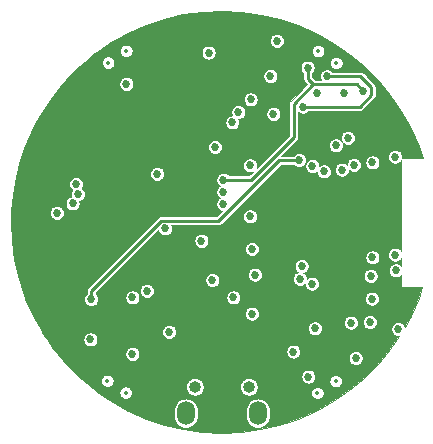
<source format=gbr>
%TF.GenerationSoftware,KiCad,Pcbnew,5.1.5+dfsg1-2~bpo10+1*%
%TF.CreationDate,Date%
%TF.ProjectId,osw-light,6f73772d-6c69-4676-9874-2e6b69636164,1.0*%
%TF.SameCoordinates,Original*%
%TF.FileFunction,Copper,L3,Inr*%
%TF.FilePolarity,Positive*%
%FSLAX46Y46*%
G04 Gerber Fmt 4.6, Leading zero omitted, Abs format (unit mm)*
G04 Created by KiCad*
%MOMM*%
%LPD*%
G04 APERTURE LIST*
%TA.AperFunction,ViaPad*%
%ADD10O,1.500000X2.000000*%
%TD*%
%TA.AperFunction,ViaPad*%
%ADD11C,0.685800*%
%TD*%
%TA.AperFunction,Conductor*%
%ADD12C,0.250000*%
%TD*%
%TA.AperFunction,Conductor*%
%ADD13C,0.600000*%
%TD*%
%TA.AperFunction,Conductor*%
%ADD14C,0.100000*%
%TD*%
%ADD15C,0.330200*%
%ADD16O,0.999999X0.999999*%
%ADD17O,0.750000X1.200000*%
%ADD18C,0.350000*%
G04 APERTURE END LIST*
D10*
%TO.N,*%
%TO.C,U5*%
X79248000Y-117792500D03*
X73152000Y-117792500D03*
%TD*%
D11*
%TO.N,/EN*%
X87528400Y-113131600D03*
X83515200Y-114706400D03*
X88722100Y-110083600D03*
X88798400Y-106172000D03*
X88950800Y-104597200D03*
X88950800Y-96570800D03*
%TO.N,+3V3*%
X84077622Y-110615633D03*
X90864704Y-96082901D03*
X78645453Y-91228347D03*
X83058000Y-91846400D03*
X90864704Y-104369514D03*
X85090000Y-89285099D03*
X83058000Y-91846400D03*
X65074800Y-111556800D03*
X75613610Y-95273210D03*
X91135200Y-110680500D03*
X82245200Y-112585500D03*
%TO.N,/FLASH*%
X68630800Y-112776000D03*
X78740000Y-109372400D03*
%TO.N,GND*%
X71424800Y-109423200D03*
X71424800Y-107137200D03*
X71424800Y-107899200D03*
X71424800Y-108661200D03*
X79044800Y-93167200D03*
X77165200Y-95097600D03*
X63644278Y-104963690D03*
X63703200Y-106883200D03*
X60979899Y-98298000D03*
X59029600Y-101447600D03*
X70358000Y-98392100D03*
X70205600Y-100177600D03*
X74777600Y-100126800D03*
X73456800Y-97231200D03*
X68783200Y-97154900D03*
X74726800Y-91897200D03*
X76657200Y-89662000D03*
X77419200Y-88595200D03*
X85445600Y-93776800D03*
X76911200Y-111963200D03*
X80404251Y-111905123D03*
X85242400Y-113944400D03*
X91592400Y-109626400D03*
X74498300Y-98247200D03*
X91541600Y-93421200D03*
X89662000Y-90449400D03*
X82245200Y-85191600D03*
X81229200Y-84886800D03*
X80365600Y-84683600D03*
X70154800Y-85242400D03*
X63703200Y-89408000D03*
X62992000Y-90119200D03*
X61264800Y-92557600D03*
X60502800Y-93878400D03*
X59182000Y-97790000D03*
X58991500Y-99034600D03*
X59842400Y-107619800D03*
X60274200Y-108559600D03*
X60833000Y-109651800D03*
X61264800Y-110642400D03*
X62788800Y-112776000D03*
X63449200Y-113487200D03*
X70307200Y-117906800D03*
X71221600Y-118211600D03*
X80924400Y-118414800D03*
X81889600Y-118110000D03*
X88442800Y-113944400D03*
X89154000Y-113334800D03*
X89865200Y-112496600D03*
X62738000Y-93726000D03*
X64617600Y-93065600D03*
X65786000Y-91897200D03*
X66802000Y-91338400D03*
X71018400Y-96266000D03*
X71069200Y-94437200D03*
X87884000Y-103733600D03*
X87934800Y-100939600D03*
X86156800Y-104495600D03*
X85699600Y-106222800D03*
X74726800Y-109016800D03*
X76250800Y-109016800D03*
X80060800Y-109982000D03*
X81432400Y-109880400D03*
X81584800Y-111353600D03*
X81635600Y-114198400D03*
X81534000Y-116027200D03*
X70967600Y-116230400D03*
X71628000Y-114452400D03*
X65328800Y-109982000D03*
X61061600Y-108000800D03*
X63398400Y-103327200D03*
X72781323Y-100548277D03*
X63119000Y-101498500D03*
%TO.N,/VBAT*%
X75394514Y-106531819D03*
X69849900Y-107442000D03*
%TO.N,/LEDK*%
X63853875Y-98390911D03*
%TO.N,/TX*%
X87122000Y-110134400D03*
X88900000Y-108100000D03*
%TO.N,/BTN2*%
X68122800Y-89916000D03*
X76336000Y-100076000D03*
%TO.N,/BTN3*%
X88188800Y-90525600D03*
X76336000Y-98044000D03*
X83464400Y-88544400D03*
%TO.N,/SCL*%
X80857003Y-86274997D03*
X80314800Y-89255600D03*
X87376000Y-96774000D03*
X86563200Y-90678000D03*
X80568800Y-92456000D03*
%TO.N,/SDA*%
X86360000Y-97180400D03*
X84277200Y-90678000D03*
%TO.N,/PIN_LED*%
X62230000Y-100838000D03*
X76336000Y-99060000D03*
%TO.N,/MOSI*%
X82956400Y-105342410D03*
X90932000Y-105714800D03*
%TO.N,/IO34*%
X77591512Y-92310915D03*
X86866601Y-94483743D03*
%TO.N,/IO35*%
X77077665Y-93182219D03*
X85852000Y-95126643D03*
%TO.N,Net-(R1-Pad2)*%
X64008000Y-99263200D03*
%TO.N,Net-(R14-Pad1)*%
X71399500Y-102158800D03*
X74472800Y-103200200D03*
%TO.N,Net-(R15-Pad1)*%
X68630800Y-108000800D03*
X71729600Y-110917100D03*
%TO.N,/B_MON*%
X65125600Y-108153200D03*
X82753200Y-96367600D03*
%TO.N,/RTC_INT*%
X84836000Y-97332800D03*
X75082400Y-87274400D03*
%TO.N,/TFT_DC*%
X78587600Y-96824800D03*
X78587600Y-101142800D03*
%TO.N,/TFT_CS*%
X78740000Y-103892410D03*
X82804000Y-106426000D03*
%TO.N,/TFT_RST*%
X78994000Y-106067410D03*
X83870800Y-96875600D03*
%TO.N,/SCK*%
X83820000Y-106832400D03*
%TO.N,/3V3_2*%
X63561670Y-100028337D03*
%TO.N,/PWR2_EN*%
X70713600Y-97536000D03*
X77165200Y-108000800D03*
%TD*%
D12*
%TO.N,+3V3*%
X87856494Y-91846400D02*
X83058000Y-91846400D01*
X88856701Y-90846193D02*
X87856494Y-91846400D01*
X85090000Y-89285099D02*
X87936793Y-89285099D01*
X88856701Y-90205007D02*
X88856701Y-90846193D01*
X87936793Y-89285099D02*
X88856701Y-90205007D01*
D13*
%TO.N,GND*%
X74356123Y-100548277D02*
X74777600Y-100126800D01*
X72781323Y-100548277D02*
X74356123Y-100548277D01*
X74777600Y-98526500D02*
X74498300Y-98247200D01*
X74777600Y-100126800D02*
X74777600Y-98526500D01*
X70576277Y-100548277D02*
X70205600Y-100177600D01*
X72781323Y-100548277D02*
X70576277Y-100548277D01*
D12*
%TO.N,/BTN3*%
X78665805Y-98044000D02*
X76336000Y-98044000D01*
X82267243Y-94442562D02*
X78665805Y-98044000D01*
X82267243Y-91614955D02*
X82267243Y-94442562D01*
X83929199Y-89952999D02*
X82267243Y-91614955D01*
X87616199Y-89952999D02*
X83929199Y-89952999D01*
X88188800Y-90525600D02*
X87616199Y-89952999D01*
X83464400Y-89488200D02*
X83929199Y-89952999D01*
X83464400Y-88544400D02*
X83464400Y-89488200D01*
%TO.N,/B_MON*%
X81032894Y-96367600D02*
X82753200Y-96367600D01*
X75909595Y-101490899D02*
X81032894Y-96367600D01*
X71078907Y-101490899D02*
X75909595Y-101490899D01*
X65125600Y-107444206D02*
X71078907Y-101490899D01*
X65125600Y-108153200D02*
X65125600Y-107444206D01*
%TD*%
D14*
%TO.N,GND*%
G36*
X77849771Y-83815978D02*
G01*
X79485443Y-84044401D01*
X81093021Y-84422935D01*
X82658748Y-84948340D01*
X84169268Y-85616134D01*
X85611631Y-86420593D01*
X86973522Y-87354846D01*
X88243294Y-88410903D01*
X89410096Y-89579743D01*
X90463933Y-90851353D01*
X91395807Y-92214872D01*
X92197753Y-93658645D01*
X92862908Y-95170325D01*
X93201943Y-96186542D01*
X91445281Y-96203247D01*
X91457604Y-96141297D01*
X91457604Y-96024505D01*
X91434819Y-95909958D01*
X91390125Y-95802057D01*
X91325240Y-95704949D01*
X91242656Y-95622365D01*
X91145548Y-95557480D01*
X91037647Y-95512786D01*
X90923100Y-95490001D01*
X90806308Y-95490001D01*
X90691761Y-95512786D01*
X90583860Y-95557480D01*
X90486752Y-95622365D01*
X90404168Y-95704949D01*
X90339283Y-95802057D01*
X90294589Y-95909958D01*
X90271804Y-96024505D01*
X90271804Y-96141297D01*
X90294589Y-96255844D01*
X90339283Y-96363745D01*
X90404168Y-96460853D01*
X90486752Y-96543437D01*
X90583860Y-96608322D01*
X90691761Y-96653016D01*
X90806308Y-96675801D01*
X90923100Y-96675801D01*
X91037647Y-96653016D01*
X91145548Y-96608322D01*
X91242656Y-96543437D01*
X91325240Y-96460853D01*
X91390000Y-96363932D01*
X91390000Y-104088483D01*
X91325240Y-103991562D01*
X91242656Y-103908978D01*
X91145548Y-103844093D01*
X91037647Y-103799399D01*
X90923100Y-103776614D01*
X90806308Y-103776614D01*
X90691761Y-103799399D01*
X90583860Y-103844093D01*
X90486752Y-103908978D01*
X90404168Y-103991562D01*
X90339283Y-104088670D01*
X90294589Y-104196571D01*
X90271804Y-104311118D01*
X90271804Y-104427910D01*
X90294589Y-104542457D01*
X90339283Y-104650358D01*
X90404168Y-104747466D01*
X90486752Y-104830050D01*
X90583860Y-104894935D01*
X90691761Y-104939629D01*
X90806308Y-104962414D01*
X90923100Y-104962414D01*
X91037647Y-104939629D01*
X91145548Y-104894935D01*
X91242656Y-104830050D01*
X91325240Y-104747466D01*
X91390000Y-104650545D01*
X91390000Y-105334312D01*
X91309952Y-105254264D01*
X91212844Y-105189379D01*
X91104943Y-105144685D01*
X90990396Y-105121900D01*
X90873604Y-105121900D01*
X90759057Y-105144685D01*
X90651156Y-105189379D01*
X90554048Y-105254264D01*
X90471464Y-105336848D01*
X90406579Y-105433956D01*
X90361885Y-105541857D01*
X90339100Y-105656404D01*
X90339100Y-105773196D01*
X90361885Y-105887743D01*
X90406579Y-105995644D01*
X90471464Y-106092752D01*
X90554048Y-106175336D01*
X90651156Y-106240221D01*
X90759057Y-106284915D01*
X90873604Y-106307700D01*
X90990396Y-106307700D01*
X91104943Y-106284915D01*
X91212844Y-106240221D01*
X91309952Y-106175336D01*
X91390000Y-106095288D01*
X91390000Y-107048300D01*
X91391056Y-107058520D01*
X91393990Y-107067873D01*
X91398693Y-107076473D01*
X91404982Y-107083990D01*
X91412618Y-107090136D01*
X91421306Y-107094674D01*
X91430712Y-107097430D01*
X91440475Y-107098298D01*
X93179504Y-107081761D01*
X92851660Y-108058748D01*
X92183868Y-109569264D01*
X91686237Y-110461498D01*
X91660621Y-110399656D01*
X91595736Y-110302548D01*
X91513152Y-110219964D01*
X91416044Y-110155079D01*
X91308143Y-110110385D01*
X91193596Y-110087600D01*
X91076804Y-110087600D01*
X90962257Y-110110385D01*
X90854356Y-110155079D01*
X90757248Y-110219964D01*
X90674664Y-110302548D01*
X90609779Y-110399656D01*
X90565085Y-110507557D01*
X90542300Y-110622104D01*
X90542300Y-110738896D01*
X90565085Y-110853443D01*
X90609779Y-110961344D01*
X90674664Y-111058452D01*
X90757248Y-111141036D01*
X90854356Y-111205921D01*
X90962257Y-111250615D01*
X91076804Y-111273400D01*
X91193596Y-111273400D01*
X91200820Y-111271963D01*
X90445154Y-112373522D01*
X89389092Y-113643299D01*
X88220261Y-114810091D01*
X86948647Y-115863933D01*
X85585123Y-116795811D01*
X84141350Y-117597755D01*
X82629675Y-118262908D01*
X81063030Y-118785580D01*
X79454797Y-119161307D01*
X77818645Y-119386887D01*
X76200089Y-119460385D01*
X74550229Y-119384022D01*
X72914561Y-119155599D01*
X71306979Y-118777065D01*
X69741252Y-118251660D01*
X68230736Y-117583868D01*
X68068497Y-117493381D01*
X72152000Y-117493381D01*
X72152000Y-118091620D01*
X72166470Y-118238534D01*
X72223651Y-118427035D01*
X72316509Y-118600758D01*
X72441473Y-118753028D01*
X72593743Y-118877992D01*
X72767466Y-118970849D01*
X72955967Y-119028030D01*
X73152000Y-119047338D01*
X73348034Y-119028030D01*
X73536535Y-118970849D01*
X73710258Y-118877992D01*
X73862528Y-118753028D01*
X73987492Y-118600758D01*
X74080349Y-118427035D01*
X74137530Y-118238533D01*
X74152000Y-118091619D01*
X74152000Y-117493381D01*
X78248000Y-117493381D01*
X78248000Y-118091620D01*
X78262470Y-118238534D01*
X78319651Y-118427035D01*
X78412509Y-118600758D01*
X78537473Y-118753028D01*
X78689743Y-118877992D01*
X78863466Y-118970849D01*
X79051967Y-119028030D01*
X79248000Y-119047338D01*
X79444034Y-119028030D01*
X79632535Y-118970849D01*
X79806258Y-118877992D01*
X79958528Y-118753028D01*
X80083492Y-118600758D01*
X80176349Y-118427035D01*
X80233530Y-118238533D01*
X80248000Y-118091619D01*
X80248000Y-117493380D01*
X80233530Y-117346466D01*
X80176349Y-117157965D01*
X80083492Y-116984242D01*
X79958528Y-116831972D01*
X79806258Y-116707008D01*
X79632534Y-116614151D01*
X79444033Y-116556970D01*
X79248000Y-116537662D01*
X79051966Y-116556970D01*
X78863465Y-116614151D01*
X78689742Y-116707008D01*
X78537472Y-116831972D01*
X78412508Y-116984242D01*
X78319651Y-117157966D01*
X78262470Y-117346467D01*
X78248000Y-117493381D01*
X74152000Y-117493381D01*
X74152000Y-117493380D01*
X74137530Y-117346466D01*
X74080349Y-117157965D01*
X73987492Y-116984242D01*
X73862528Y-116831972D01*
X73710258Y-116707008D01*
X73536534Y-116614151D01*
X73348033Y-116556970D01*
X73152000Y-116537662D01*
X72955966Y-116556970D01*
X72767465Y-116614151D01*
X72593742Y-116707008D01*
X72441472Y-116831972D01*
X72316508Y-116984242D01*
X72223651Y-117157966D01*
X72166470Y-117346467D01*
X72152000Y-117493381D01*
X68068497Y-117493381D01*
X66788369Y-116779407D01*
X65655812Y-116002476D01*
X67530578Y-116002476D01*
X67530578Y-116105892D01*
X67550754Y-116207321D01*
X67590329Y-116302865D01*
X67647784Y-116388852D01*
X67720910Y-116461978D01*
X67806897Y-116519433D01*
X67902441Y-116559008D01*
X68003870Y-116579184D01*
X68107286Y-116579184D01*
X68208715Y-116559008D01*
X68304259Y-116519433D01*
X68390246Y-116461978D01*
X68463372Y-116388852D01*
X68520827Y-116302865D01*
X68560402Y-116207321D01*
X68580578Y-116105892D01*
X68580578Y-116002476D01*
X68560402Y-115901047D01*
X68520827Y-115805503D01*
X68463372Y-115719516D01*
X68390246Y-115646390D01*
X68304259Y-115588935D01*
X68208715Y-115549360D01*
X68107286Y-115529184D01*
X68003870Y-115529184D01*
X67902441Y-115549360D01*
X67806897Y-115588935D01*
X67720910Y-115646390D01*
X67647784Y-115719516D01*
X67590329Y-115805503D01*
X67550754Y-115901047D01*
X67530578Y-116002476D01*
X65655812Y-116002476D01*
X65426478Y-115845154D01*
X64409717Y-114999523D01*
X65986166Y-114999523D01*
X65986166Y-115102939D01*
X66006342Y-115204368D01*
X66045917Y-115299912D01*
X66103372Y-115385899D01*
X66176498Y-115459025D01*
X66262485Y-115516480D01*
X66358029Y-115556055D01*
X66459458Y-115576231D01*
X66562874Y-115576231D01*
X66664303Y-115556055D01*
X66759847Y-115516480D01*
X66790301Y-115496131D01*
X73164000Y-115496131D01*
X73164000Y-115643869D01*
X73192822Y-115788767D01*
X73249359Y-115925258D01*
X73331437Y-116048097D01*
X73435903Y-116152563D01*
X73558742Y-116234641D01*
X73695233Y-116291178D01*
X73840131Y-116320000D01*
X73987869Y-116320000D01*
X74132767Y-116291178D01*
X74269258Y-116234641D01*
X74392097Y-116152563D01*
X74496563Y-116048097D01*
X74578641Y-115925258D01*
X74635178Y-115788767D01*
X74664000Y-115643869D01*
X74664000Y-115496131D01*
X77736000Y-115496131D01*
X77736000Y-115643869D01*
X77764822Y-115788767D01*
X77821359Y-115925258D01*
X77903437Y-116048097D01*
X78007903Y-116152563D01*
X78130742Y-116234641D01*
X78267233Y-116291178D01*
X78412131Y-116320000D01*
X78559869Y-116320000D01*
X78704767Y-116291178D01*
X78841258Y-116234641D01*
X78964097Y-116152563D01*
X79068563Y-116048097D01*
X79075936Y-116037061D01*
X83766166Y-116037061D01*
X83766166Y-116140477D01*
X83786342Y-116241906D01*
X83825917Y-116337450D01*
X83883372Y-116423437D01*
X83956498Y-116496563D01*
X84042485Y-116554018D01*
X84138029Y-116593593D01*
X84239458Y-116613769D01*
X84342874Y-116613769D01*
X84444303Y-116593593D01*
X84539847Y-116554018D01*
X84625834Y-116496563D01*
X84698960Y-116423437D01*
X84756415Y-116337450D01*
X84795990Y-116241906D01*
X84816166Y-116140477D01*
X84816166Y-116037061D01*
X84795990Y-115935632D01*
X84756415Y-115840088D01*
X84698960Y-115754101D01*
X84625834Y-115680975D01*
X84539847Y-115623520D01*
X84444303Y-115583945D01*
X84342874Y-115563769D01*
X84239458Y-115563769D01*
X84138029Y-115583945D01*
X84042485Y-115623520D01*
X83956498Y-115680975D01*
X83883372Y-115754101D01*
X83825917Y-115840088D01*
X83786342Y-115935632D01*
X83766166Y-116037061D01*
X79075936Y-116037061D01*
X79150641Y-115925258D01*
X79207178Y-115788767D01*
X79236000Y-115643869D01*
X79236000Y-115496131D01*
X79207178Y-115351233D01*
X79150641Y-115214742D01*
X79068563Y-115091903D01*
X78964097Y-114987437D01*
X78841258Y-114905359D01*
X78704767Y-114848822D01*
X78559869Y-114820000D01*
X78412131Y-114820000D01*
X78267233Y-114848822D01*
X78130742Y-114905359D01*
X78007903Y-114987437D01*
X77903437Y-115091903D01*
X77821359Y-115214742D01*
X77764822Y-115351233D01*
X77736000Y-115496131D01*
X74664000Y-115496131D01*
X74635178Y-115351233D01*
X74578641Y-115214742D01*
X74496563Y-115091903D01*
X74392097Y-114987437D01*
X74269258Y-114905359D01*
X74132767Y-114848822D01*
X73987869Y-114820000D01*
X73840131Y-114820000D01*
X73695233Y-114848822D01*
X73558742Y-114905359D01*
X73435903Y-114987437D01*
X73331437Y-115091903D01*
X73249359Y-115214742D01*
X73192822Y-115351233D01*
X73164000Y-115496131D01*
X66790301Y-115496131D01*
X66845834Y-115459025D01*
X66918960Y-115385899D01*
X66976415Y-115299912D01*
X67015990Y-115204368D01*
X67036166Y-115102939D01*
X67036166Y-114999523D01*
X67015990Y-114898094D01*
X66976415Y-114802550D01*
X66918960Y-114716563D01*
X66850401Y-114648004D01*
X82922300Y-114648004D01*
X82922300Y-114764796D01*
X82945085Y-114879343D01*
X82989779Y-114987244D01*
X83054664Y-115084352D01*
X83137248Y-115166936D01*
X83234356Y-115231821D01*
X83342257Y-115276515D01*
X83456804Y-115299300D01*
X83573596Y-115299300D01*
X83688143Y-115276515D01*
X83796044Y-115231821D01*
X83893152Y-115166936D01*
X83975736Y-115084352D01*
X84009307Y-115034108D01*
X85310578Y-115034108D01*
X85310578Y-115137524D01*
X85330754Y-115238953D01*
X85370329Y-115334497D01*
X85427784Y-115420484D01*
X85500910Y-115493610D01*
X85586897Y-115551065D01*
X85682441Y-115590640D01*
X85783870Y-115610816D01*
X85887286Y-115610816D01*
X85988715Y-115590640D01*
X86084259Y-115551065D01*
X86170246Y-115493610D01*
X86243372Y-115420484D01*
X86300827Y-115334497D01*
X86340402Y-115238953D01*
X86360578Y-115137524D01*
X86360578Y-115034108D01*
X86340402Y-114932679D01*
X86300827Y-114837135D01*
X86243372Y-114751148D01*
X86170246Y-114678022D01*
X86084259Y-114620567D01*
X85988715Y-114580992D01*
X85887286Y-114560816D01*
X85783870Y-114560816D01*
X85682441Y-114580992D01*
X85586897Y-114620567D01*
X85500910Y-114678022D01*
X85427784Y-114751148D01*
X85370329Y-114837135D01*
X85330754Y-114932679D01*
X85310578Y-115034108D01*
X84009307Y-115034108D01*
X84040621Y-114987244D01*
X84085315Y-114879343D01*
X84108100Y-114764796D01*
X84108100Y-114648004D01*
X84085315Y-114533457D01*
X84040621Y-114425556D01*
X83975736Y-114328448D01*
X83893152Y-114245864D01*
X83796044Y-114180979D01*
X83688143Y-114136285D01*
X83573596Y-114113500D01*
X83456804Y-114113500D01*
X83342257Y-114136285D01*
X83234356Y-114180979D01*
X83137248Y-114245864D01*
X83054664Y-114328448D01*
X82989779Y-114425556D01*
X82945085Y-114533457D01*
X82922300Y-114648004D01*
X66850401Y-114648004D01*
X66845834Y-114643437D01*
X66759847Y-114585982D01*
X66664303Y-114546407D01*
X66562874Y-114526231D01*
X66459458Y-114526231D01*
X66358029Y-114546407D01*
X66262485Y-114585982D01*
X66176498Y-114643437D01*
X66103372Y-114716563D01*
X66045917Y-114802550D01*
X66006342Y-114898094D01*
X65986166Y-114999523D01*
X64409717Y-114999523D01*
X64156701Y-114789092D01*
X62989909Y-113620261D01*
X62241838Y-112717604D01*
X68037900Y-112717604D01*
X68037900Y-112834396D01*
X68060685Y-112948943D01*
X68105379Y-113056844D01*
X68170264Y-113153952D01*
X68252848Y-113236536D01*
X68349956Y-113301421D01*
X68457857Y-113346115D01*
X68572404Y-113368900D01*
X68689196Y-113368900D01*
X68803743Y-113346115D01*
X68911644Y-113301421D01*
X69008752Y-113236536D01*
X69091336Y-113153952D01*
X69156221Y-113056844D01*
X69200915Y-112948943D01*
X69223700Y-112834396D01*
X69223700Y-112717604D01*
X69200915Y-112603057D01*
X69169455Y-112527104D01*
X81652300Y-112527104D01*
X81652300Y-112643896D01*
X81675085Y-112758443D01*
X81719779Y-112866344D01*
X81784664Y-112963452D01*
X81867248Y-113046036D01*
X81964356Y-113110921D01*
X82072257Y-113155615D01*
X82186804Y-113178400D01*
X82303596Y-113178400D01*
X82418143Y-113155615D01*
X82526044Y-113110921D01*
X82582491Y-113073204D01*
X86935500Y-113073204D01*
X86935500Y-113189996D01*
X86958285Y-113304543D01*
X87002979Y-113412444D01*
X87067864Y-113509552D01*
X87150448Y-113592136D01*
X87247556Y-113657021D01*
X87355457Y-113701715D01*
X87470004Y-113724500D01*
X87586796Y-113724500D01*
X87701343Y-113701715D01*
X87809244Y-113657021D01*
X87906352Y-113592136D01*
X87988936Y-113509552D01*
X88053821Y-113412444D01*
X88098515Y-113304543D01*
X88121300Y-113189996D01*
X88121300Y-113073204D01*
X88098515Y-112958657D01*
X88053821Y-112850756D01*
X87988936Y-112753648D01*
X87906352Y-112671064D01*
X87809244Y-112606179D01*
X87701343Y-112561485D01*
X87586796Y-112538700D01*
X87470004Y-112538700D01*
X87355457Y-112561485D01*
X87247556Y-112606179D01*
X87150448Y-112671064D01*
X87067864Y-112753648D01*
X87002979Y-112850756D01*
X86958285Y-112958657D01*
X86935500Y-113073204D01*
X82582491Y-113073204D01*
X82623152Y-113046036D01*
X82705736Y-112963452D01*
X82770621Y-112866344D01*
X82815315Y-112758443D01*
X82838100Y-112643896D01*
X82838100Y-112527104D01*
X82815315Y-112412557D01*
X82770621Y-112304656D01*
X82705736Y-112207548D01*
X82623152Y-112124964D01*
X82526044Y-112060079D01*
X82418143Y-112015385D01*
X82303596Y-111992600D01*
X82186804Y-111992600D01*
X82072257Y-112015385D01*
X81964356Y-112060079D01*
X81867248Y-112124964D01*
X81784664Y-112207548D01*
X81719779Y-112304656D01*
X81675085Y-112412557D01*
X81652300Y-112527104D01*
X69169455Y-112527104D01*
X69156221Y-112495156D01*
X69091336Y-112398048D01*
X69008752Y-112315464D01*
X68911644Y-112250579D01*
X68803743Y-112205885D01*
X68689196Y-112183100D01*
X68572404Y-112183100D01*
X68457857Y-112205885D01*
X68349956Y-112250579D01*
X68252848Y-112315464D01*
X68170264Y-112398048D01*
X68105379Y-112495156D01*
X68060685Y-112603057D01*
X68037900Y-112717604D01*
X62241838Y-112717604D01*
X61936067Y-112348647D01*
X61354983Y-111498404D01*
X64481900Y-111498404D01*
X64481900Y-111615196D01*
X64504685Y-111729743D01*
X64549379Y-111837644D01*
X64614264Y-111934752D01*
X64696848Y-112017336D01*
X64793956Y-112082221D01*
X64901857Y-112126915D01*
X65016404Y-112149700D01*
X65133196Y-112149700D01*
X65247743Y-112126915D01*
X65355644Y-112082221D01*
X65452752Y-112017336D01*
X65535336Y-111934752D01*
X65600221Y-111837644D01*
X65644915Y-111729743D01*
X65667700Y-111615196D01*
X65667700Y-111498404D01*
X65644915Y-111383857D01*
X65600221Y-111275956D01*
X65535336Y-111178848D01*
X65452752Y-111096264D01*
X65355644Y-111031379D01*
X65247743Y-110986685D01*
X65133196Y-110963900D01*
X65016404Y-110963900D01*
X64901857Y-110986685D01*
X64793956Y-111031379D01*
X64696848Y-111096264D01*
X64614264Y-111178848D01*
X64549379Y-111275956D01*
X64504685Y-111383857D01*
X64481900Y-111498404D01*
X61354983Y-111498404D01*
X61004189Y-110985123D01*
X60933970Y-110858704D01*
X71136700Y-110858704D01*
X71136700Y-110975496D01*
X71159485Y-111090043D01*
X71204179Y-111197944D01*
X71269064Y-111295052D01*
X71351648Y-111377636D01*
X71448756Y-111442521D01*
X71556657Y-111487215D01*
X71671204Y-111510000D01*
X71787996Y-111510000D01*
X71902543Y-111487215D01*
X72010444Y-111442521D01*
X72107552Y-111377636D01*
X72190136Y-111295052D01*
X72255021Y-111197944D01*
X72299715Y-111090043D01*
X72322500Y-110975496D01*
X72322500Y-110858704D01*
X72299715Y-110744157D01*
X72255021Y-110636256D01*
X72202223Y-110557237D01*
X83484722Y-110557237D01*
X83484722Y-110674029D01*
X83507507Y-110788576D01*
X83552201Y-110896477D01*
X83617086Y-110993585D01*
X83699670Y-111076169D01*
X83796778Y-111141054D01*
X83904679Y-111185748D01*
X84019226Y-111208533D01*
X84136018Y-111208533D01*
X84250565Y-111185748D01*
X84358466Y-111141054D01*
X84455574Y-111076169D01*
X84538158Y-110993585D01*
X84603043Y-110896477D01*
X84647737Y-110788576D01*
X84670522Y-110674029D01*
X84670522Y-110557237D01*
X84647737Y-110442690D01*
X84603043Y-110334789D01*
X84538158Y-110237681D01*
X84455574Y-110155097D01*
X84358466Y-110090212D01*
X84324165Y-110076004D01*
X86529100Y-110076004D01*
X86529100Y-110192796D01*
X86551885Y-110307343D01*
X86596579Y-110415244D01*
X86661464Y-110512352D01*
X86744048Y-110594936D01*
X86841156Y-110659821D01*
X86949057Y-110704515D01*
X87063604Y-110727300D01*
X87180396Y-110727300D01*
X87294943Y-110704515D01*
X87402844Y-110659821D01*
X87499952Y-110594936D01*
X87582536Y-110512352D01*
X87647421Y-110415244D01*
X87692115Y-110307343D01*
X87714900Y-110192796D01*
X87714900Y-110076004D01*
X87704796Y-110025204D01*
X88129200Y-110025204D01*
X88129200Y-110141996D01*
X88151985Y-110256543D01*
X88196679Y-110364444D01*
X88261564Y-110461552D01*
X88344148Y-110544136D01*
X88441256Y-110609021D01*
X88549157Y-110653715D01*
X88663704Y-110676500D01*
X88780496Y-110676500D01*
X88895043Y-110653715D01*
X89002944Y-110609021D01*
X89100052Y-110544136D01*
X89182636Y-110461552D01*
X89247521Y-110364444D01*
X89292215Y-110256543D01*
X89315000Y-110141996D01*
X89315000Y-110025204D01*
X89292215Y-109910657D01*
X89247521Y-109802756D01*
X89182636Y-109705648D01*
X89100052Y-109623064D01*
X89002944Y-109558179D01*
X88895043Y-109513485D01*
X88780496Y-109490700D01*
X88663704Y-109490700D01*
X88549157Y-109513485D01*
X88441256Y-109558179D01*
X88344148Y-109623064D01*
X88261564Y-109705648D01*
X88196679Y-109802756D01*
X88151985Y-109910657D01*
X88129200Y-110025204D01*
X87704796Y-110025204D01*
X87692115Y-109961457D01*
X87647421Y-109853556D01*
X87582536Y-109756448D01*
X87499952Y-109673864D01*
X87402844Y-109608979D01*
X87294943Y-109564285D01*
X87180396Y-109541500D01*
X87063604Y-109541500D01*
X86949057Y-109564285D01*
X86841156Y-109608979D01*
X86744048Y-109673864D01*
X86661464Y-109756448D01*
X86596579Y-109853556D01*
X86551885Y-109961457D01*
X86529100Y-110076004D01*
X84324165Y-110076004D01*
X84250565Y-110045518D01*
X84136018Y-110022733D01*
X84019226Y-110022733D01*
X83904679Y-110045518D01*
X83796778Y-110090212D01*
X83699670Y-110155097D01*
X83617086Y-110237681D01*
X83552201Y-110334789D01*
X83507507Y-110442690D01*
X83484722Y-110557237D01*
X72202223Y-110557237D01*
X72190136Y-110539148D01*
X72107552Y-110456564D01*
X72010444Y-110391679D01*
X71902543Y-110346985D01*
X71787996Y-110324200D01*
X71671204Y-110324200D01*
X71556657Y-110346985D01*
X71448756Y-110391679D01*
X71351648Y-110456564D01*
X71269064Y-110539148D01*
X71204179Y-110636256D01*
X71159485Y-110744157D01*
X71136700Y-110858704D01*
X60933970Y-110858704D01*
X60202245Y-109541350D01*
X60102211Y-109314004D01*
X78147100Y-109314004D01*
X78147100Y-109430796D01*
X78169885Y-109545343D01*
X78214579Y-109653244D01*
X78279464Y-109750352D01*
X78362048Y-109832936D01*
X78459156Y-109897821D01*
X78567057Y-109942515D01*
X78681604Y-109965300D01*
X78798396Y-109965300D01*
X78912943Y-109942515D01*
X79020844Y-109897821D01*
X79117952Y-109832936D01*
X79200536Y-109750352D01*
X79265421Y-109653244D01*
X79310115Y-109545343D01*
X79332900Y-109430796D01*
X79332900Y-109314004D01*
X79310115Y-109199457D01*
X79265421Y-109091556D01*
X79200536Y-108994448D01*
X79117952Y-108911864D01*
X79020844Y-108846979D01*
X78912943Y-108802285D01*
X78798396Y-108779500D01*
X78681604Y-108779500D01*
X78567057Y-108802285D01*
X78459156Y-108846979D01*
X78362048Y-108911864D01*
X78279464Y-108994448D01*
X78214579Y-109091556D01*
X78169885Y-109199457D01*
X78147100Y-109314004D01*
X60102211Y-109314004D01*
X59565750Y-108094804D01*
X64532700Y-108094804D01*
X64532700Y-108211596D01*
X64555485Y-108326143D01*
X64600179Y-108434044D01*
X64665064Y-108531152D01*
X64747648Y-108613736D01*
X64844756Y-108678621D01*
X64952657Y-108723315D01*
X65067204Y-108746100D01*
X65183996Y-108746100D01*
X65298543Y-108723315D01*
X65406444Y-108678621D01*
X65503552Y-108613736D01*
X65586136Y-108531152D01*
X65651021Y-108434044D01*
X65695715Y-108326143D01*
X65718500Y-108211596D01*
X65718500Y-108094804D01*
X65695715Y-107980257D01*
X65680036Y-107942404D01*
X68037900Y-107942404D01*
X68037900Y-108059196D01*
X68060685Y-108173743D01*
X68105379Y-108281644D01*
X68170264Y-108378752D01*
X68252848Y-108461336D01*
X68349956Y-108526221D01*
X68457857Y-108570915D01*
X68572404Y-108593700D01*
X68689196Y-108593700D01*
X68803743Y-108570915D01*
X68911644Y-108526221D01*
X69008752Y-108461336D01*
X69091336Y-108378752D01*
X69156221Y-108281644D01*
X69200915Y-108173743D01*
X69223700Y-108059196D01*
X69223700Y-107942404D01*
X69200915Y-107827857D01*
X69156221Y-107719956D01*
X69091336Y-107622848D01*
X69008752Y-107540264D01*
X68911644Y-107475379D01*
X68803743Y-107430685D01*
X68689196Y-107407900D01*
X68572404Y-107407900D01*
X68457857Y-107430685D01*
X68349956Y-107475379D01*
X68252848Y-107540264D01*
X68170264Y-107622848D01*
X68105379Y-107719956D01*
X68060685Y-107827857D01*
X68037900Y-107942404D01*
X65680036Y-107942404D01*
X65651021Y-107872356D01*
X65586136Y-107775248D01*
X65503552Y-107692664D01*
X65500600Y-107690692D01*
X65500600Y-107599535D01*
X65716531Y-107383604D01*
X69257000Y-107383604D01*
X69257000Y-107500396D01*
X69279785Y-107614943D01*
X69324479Y-107722844D01*
X69389364Y-107819952D01*
X69471948Y-107902536D01*
X69569056Y-107967421D01*
X69676957Y-108012115D01*
X69791504Y-108034900D01*
X69908296Y-108034900D01*
X70022843Y-108012115D01*
X70130744Y-107967421D01*
X70168184Y-107942404D01*
X76572300Y-107942404D01*
X76572300Y-108059196D01*
X76595085Y-108173743D01*
X76639779Y-108281644D01*
X76704664Y-108378752D01*
X76787248Y-108461336D01*
X76884356Y-108526221D01*
X76992257Y-108570915D01*
X77106804Y-108593700D01*
X77223596Y-108593700D01*
X77338143Y-108570915D01*
X77446044Y-108526221D01*
X77543152Y-108461336D01*
X77625736Y-108378752D01*
X77690621Y-108281644D01*
X77735315Y-108173743D01*
X77758100Y-108059196D01*
X77758100Y-108041604D01*
X88307100Y-108041604D01*
X88307100Y-108158396D01*
X88329885Y-108272943D01*
X88374579Y-108380844D01*
X88439464Y-108477952D01*
X88522048Y-108560536D01*
X88619156Y-108625421D01*
X88727057Y-108670115D01*
X88841604Y-108692900D01*
X88958396Y-108692900D01*
X89072943Y-108670115D01*
X89180844Y-108625421D01*
X89277952Y-108560536D01*
X89360536Y-108477952D01*
X89425421Y-108380844D01*
X89470115Y-108272943D01*
X89492900Y-108158396D01*
X89492900Y-108041604D01*
X89470115Y-107927057D01*
X89425421Y-107819156D01*
X89360536Y-107722048D01*
X89277952Y-107639464D01*
X89180844Y-107574579D01*
X89072943Y-107529885D01*
X88958396Y-107507100D01*
X88841604Y-107507100D01*
X88727057Y-107529885D01*
X88619156Y-107574579D01*
X88522048Y-107639464D01*
X88439464Y-107722048D01*
X88374579Y-107819156D01*
X88329885Y-107927057D01*
X88307100Y-108041604D01*
X77758100Y-108041604D01*
X77758100Y-107942404D01*
X77735315Y-107827857D01*
X77690621Y-107719956D01*
X77625736Y-107622848D01*
X77543152Y-107540264D01*
X77446044Y-107475379D01*
X77338143Y-107430685D01*
X77223596Y-107407900D01*
X77106804Y-107407900D01*
X76992257Y-107430685D01*
X76884356Y-107475379D01*
X76787248Y-107540264D01*
X76704664Y-107622848D01*
X76639779Y-107719956D01*
X76595085Y-107827857D01*
X76572300Y-107942404D01*
X70168184Y-107942404D01*
X70227852Y-107902536D01*
X70310436Y-107819952D01*
X70375321Y-107722844D01*
X70420015Y-107614943D01*
X70442800Y-107500396D01*
X70442800Y-107383604D01*
X70420015Y-107269057D01*
X70375321Y-107161156D01*
X70310436Y-107064048D01*
X70227852Y-106981464D01*
X70130744Y-106916579D01*
X70022843Y-106871885D01*
X69908296Y-106849100D01*
X69791504Y-106849100D01*
X69676957Y-106871885D01*
X69569056Y-106916579D01*
X69471948Y-106981464D01*
X69389364Y-107064048D01*
X69324479Y-107161156D01*
X69279785Y-107269057D01*
X69257000Y-107383604D01*
X65716531Y-107383604D01*
X66626712Y-106473423D01*
X74801614Y-106473423D01*
X74801614Y-106590215D01*
X74824399Y-106704762D01*
X74869093Y-106812663D01*
X74933978Y-106909771D01*
X75016562Y-106992355D01*
X75113670Y-107057240D01*
X75221571Y-107101934D01*
X75336118Y-107124719D01*
X75452910Y-107124719D01*
X75567457Y-107101934D01*
X75675358Y-107057240D01*
X75772466Y-106992355D01*
X75855050Y-106909771D01*
X75919935Y-106812663D01*
X75964629Y-106704762D01*
X75987414Y-106590215D01*
X75987414Y-106473423D01*
X75964629Y-106358876D01*
X75919935Y-106250975D01*
X75855050Y-106153867D01*
X75772466Y-106071283D01*
X75679274Y-106009014D01*
X78401100Y-106009014D01*
X78401100Y-106125806D01*
X78423885Y-106240353D01*
X78468579Y-106348254D01*
X78533464Y-106445362D01*
X78616048Y-106527946D01*
X78713156Y-106592831D01*
X78821057Y-106637525D01*
X78935604Y-106660310D01*
X79052396Y-106660310D01*
X79166943Y-106637525D01*
X79274844Y-106592831D01*
X79371952Y-106527946D01*
X79454536Y-106445362D01*
X79506491Y-106367604D01*
X82211100Y-106367604D01*
X82211100Y-106484396D01*
X82233885Y-106598943D01*
X82278579Y-106706844D01*
X82343464Y-106803952D01*
X82426048Y-106886536D01*
X82523156Y-106951421D01*
X82631057Y-106996115D01*
X82745604Y-107018900D01*
X82862396Y-107018900D01*
X82976943Y-106996115D01*
X83084844Y-106951421D01*
X83181952Y-106886536D01*
X83227100Y-106841388D01*
X83227100Y-106890796D01*
X83249885Y-107005343D01*
X83294579Y-107113244D01*
X83359464Y-107210352D01*
X83442048Y-107292936D01*
X83539156Y-107357821D01*
X83647057Y-107402515D01*
X83761604Y-107425300D01*
X83878396Y-107425300D01*
X83992943Y-107402515D01*
X84100844Y-107357821D01*
X84197952Y-107292936D01*
X84280536Y-107210352D01*
X84345421Y-107113244D01*
X84390115Y-107005343D01*
X84412900Y-106890796D01*
X84412900Y-106774004D01*
X84390115Y-106659457D01*
X84345421Y-106551556D01*
X84280536Y-106454448D01*
X84197952Y-106371864D01*
X84100844Y-106306979D01*
X83992943Y-106262285D01*
X83878396Y-106239500D01*
X83761604Y-106239500D01*
X83647057Y-106262285D01*
X83539156Y-106306979D01*
X83442048Y-106371864D01*
X83396900Y-106417012D01*
X83396900Y-106367604D01*
X83374115Y-106253057D01*
X83329421Y-106145156D01*
X83308339Y-106113604D01*
X88205500Y-106113604D01*
X88205500Y-106230396D01*
X88228285Y-106344943D01*
X88272979Y-106452844D01*
X88337864Y-106549952D01*
X88420448Y-106632536D01*
X88517556Y-106697421D01*
X88625457Y-106742115D01*
X88740004Y-106764900D01*
X88856796Y-106764900D01*
X88971343Y-106742115D01*
X89079244Y-106697421D01*
X89176352Y-106632536D01*
X89258936Y-106549952D01*
X89323821Y-106452844D01*
X89368515Y-106344943D01*
X89391300Y-106230396D01*
X89391300Y-106113604D01*
X89368515Y-105999057D01*
X89323821Y-105891156D01*
X89258936Y-105794048D01*
X89176352Y-105711464D01*
X89079244Y-105646579D01*
X88971343Y-105601885D01*
X88856796Y-105579100D01*
X88740004Y-105579100D01*
X88625457Y-105601885D01*
X88517556Y-105646579D01*
X88420448Y-105711464D01*
X88337864Y-105794048D01*
X88272979Y-105891156D01*
X88228285Y-105999057D01*
X88205500Y-106113604D01*
X83308339Y-106113604D01*
X83264536Y-106048048D01*
X83181952Y-105965464D01*
X83108829Y-105916605D01*
X83129343Y-105912525D01*
X83237244Y-105867831D01*
X83334352Y-105802946D01*
X83416936Y-105720362D01*
X83481821Y-105623254D01*
X83526515Y-105515353D01*
X83549300Y-105400806D01*
X83549300Y-105284014D01*
X83526515Y-105169467D01*
X83481821Y-105061566D01*
X83416936Y-104964458D01*
X83334352Y-104881874D01*
X83237244Y-104816989D01*
X83129343Y-104772295D01*
X83014796Y-104749510D01*
X82898004Y-104749510D01*
X82783457Y-104772295D01*
X82675556Y-104816989D01*
X82578448Y-104881874D01*
X82495864Y-104964458D01*
X82430979Y-105061566D01*
X82386285Y-105169467D01*
X82363500Y-105284014D01*
X82363500Y-105400806D01*
X82386285Y-105515353D01*
X82430979Y-105623254D01*
X82495864Y-105720362D01*
X82578448Y-105802946D01*
X82651571Y-105851805D01*
X82631057Y-105855885D01*
X82523156Y-105900579D01*
X82426048Y-105965464D01*
X82343464Y-106048048D01*
X82278579Y-106145156D01*
X82233885Y-106253057D01*
X82211100Y-106367604D01*
X79506491Y-106367604D01*
X79519421Y-106348254D01*
X79564115Y-106240353D01*
X79586900Y-106125806D01*
X79586900Y-106009014D01*
X79564115Y-105894467D01*
X79519421Y-105786566D01*
X79454536Y-105689458D01*
X79371952Y-105606874D01*
X79274844Y-105541989D01*
X79166943Y-105497295D01*
X79052396Y-105474510D01*
X78935604Y-105474510D01*
X78821057Y-105497295D01*
X78713156Y-105541989D01*
X78616048Y-105606874D01*
X78533464Y-105689458D01*
X78468579Y-105786566D01*
X78423885Y-105894467D01*
X78401100Y-106009014D01*
X75679274Y-106009014D01*
X75675358Y-106006398D01*
X75567457Y-105961704D01*
X75452910Y-105938919D01*
X75336118Y-105938919D01*
X75221571Y-105961704D01*
X75113670Y-106006398D01*
X75016562Y-106071283D01*
X74933978Y-106153867D01*
X74869093Y-106250975D01*
X74824399Y-106358876D01*
X74801614Y-106473423D01*
X66626712Y-106473423D01*
X68561331Y-104538804D01*
X88357900Y-104538804D01*
X88357900Y-104655596D01*
X88380685Y-104770143D01*
X88425379Y-104878044D01*
X88490264Y-104975152D01*
X88572848Y-105057736D01*
X88669956Y-105122621D01*
X88777857Y-105167315D01*
X88892404Y-105190100D01*
X89009196Y-105190100D01*
X89123743Y-105167315D01*
X89231644Y-105122621D01*
X89328752Y-105057736D01*
X89411336Y-104975152D01*
X89476221Y-104878044D01*
X89520915Y-104770143D01*
X89543700Y-104655596D01*
X89543700Y-104538804D01*
X89520915Y-104424257D01*
X89476221Y-104316356D01*
X89411336Y-104219248D01*
X89328752Y-104136664D01*
X89231644Y-104071779D01*
X89123743Y-104027085D01*
X89009196Y-104004300D01*
X88892404Y-104004300D01*
X88777857Y-104027085D01*
X88669956Y-104071779D01*
X88572848Y-104136664D01*
X88490264Y-104219248D01*
X88425379Y-104316356D01*
X88380685Y-104424257D01*
X88357900Y-104538804D01*
X68561331Y-104538804D01*
X69266121Y-103834014D01*
X78147100Y-103834014D01*
X78147100Y-103950806D01*
X78169885Y-104065353D01*
X78214579Y-104173254D01*
X78279464Y-104270362D01*
X78362048Y-104352946D01*
X78459156Y-104417831D01*
X78567057Y-104462525D01*
X78681604Y-104485310D01*
X78798396Y-104485310D01*
X78912943Y-104462525D01*
X79020844Y-104417831D01*
X79117952Y-104352946D01*
X79200536Y-104270362D01*
X79265421Y-104173254D01*
X79310115Y-104065353D01*
X79332900Y-103950806D01*
X79332900Y-103834014D01*
X79310115Y-103719467D01*
X79265421Y-103611566D01*
X79200536Y-103514458D01*
X79117952Y-103431874D01*
X79020844Y-103366989D01*
X78912943Y-103322295D01*
X78798396Y-103299510D01*
X78681604Y-103299510D01*
X78567057Y-103322295D01*
X78459156Y-103366989D01*
X78362048Y-103431874D01*
X78279464Y-103514458D01*
X78214579Y-103611566D01*
X78169885Y-103719467D01*
X78147100Y-103834014D01*
X69266121Y-103834014D01*
X69958331Y-103141804D01*
X73879900Y-103141804D01*
X73879900Y-103258596D01*
X73902685Y-103373143D01*
X73947379Y-103481044D01*
X74012264Y-103578152D01*
X74094848Y-103660736D01*
X74191956Y-103725621D01*
X74299857Y-103770315D01*
X74414404Y-103793100D01*
X74531196Y-103793100D01*
X74645743Y-103770315D01*
X74753644Y-103725621D01*
X74850752Y-103660736D01*
X74933336Y-103578152D01*
X74998221Y-103481044D01*
X75042915Y-103373143D01*
X75065700Y-103258596D01*
X75065700Y-103141804D01*
X75042915Y-103027257D01*
X74998221Y-102919356D01*
X74933336Y-102822248D01*
X74850752Y-102739664D01*
X74753644Y-102674779D01*
X74645743Y-102630085D01*
X74531196Y-102607300D01*
X74414404Y-102607300D01*
X74299857Y-102630085D01*
X74191956Y-102674779D01*
X74094848Y-102739664D01*
X74012264Y-102822248D01*
X73947379Y-102919356D01*
X73902685Y-103027257D01*
X73879900Y-103141804D01*
X69958331Y-103141804D01*
X70819266Y-102280870D01*
X70829385Y-102331743D01*
X70874079Y-102439644D01*
X70938964Y-102536752D01*
X71021548Y-102619336D01*
X71118656Y-102684221D01*
X71226557Y-102728915D01*
X71341104Y-102751700D01*
X71457896Y-102751700D01*
X71572443Y-102728915D01*
X71680344Y-102684221D01*
X71777452Y-102619336D01*
X71860036Y-102536752D01*
X71924921Y-102439644D01*
X71969615Y-102331743D01*
X71992400Y-102217196D01*
X71992400Y-102100404D01*
X71969615Y-101985857D01*
X71924921Y-101877956D01*
X71916865Y-101865899D01*
X75891179Y-101865899D01*
X75909595Y-101867713D01*
X75928011Y-101865899D01*
X75928014Y-101865899D01*
X75983108Y-101860473D01*
X76053795Y-101839030D01*
X76118942Y-101804208D01*
X76176043Y-101757347D01*
X76187790Y-101743033D01*
X76846419Y-101084404D01*
X77994700Y-101084404D01*
X77994700Y-101201196D01*
X78017485Y-101315743D01*
X78062179Y-101423644D01*
X78127064Y-101520752D01*
X78209648Y-101603336D01*
X78306756Y-101668221D01*
X78414657Y-101712915D01*
X78529204Y-101735700D01*
X78645996Y-101735700D01*
X78760543Y-101712915D01*
X78868444Y-101668221D01*
X78965552Y-101603336D01*
X79048136Y-101520752D01*
X79113021Y-101423644D01*
X79157715Y-101315743D01*
X79180500Y-101201196D01*
X79180500Y-101084404D01*
X79157715Y-100969857D01*
X79113021Y-100861956D01*
X79048136Y-100764848D01*
X78965552Y-100682264D01*
X78868444Y-100617379D01*
X78760543Y-100572685D01*
X78645996Y-100549900D01*
X78529204Y-100549900D01*
X78414657Y-100572685D01*
X78306756Y-100617379D01*
X78209648Y-100682264D01*
X78127064Y-100764848D01*
X78062179Y-100861956D01*
X78017485Y-100969857D01*
X77994700Y-101084404D01*
X76846419Y-101084404D01*
X81188224Y-96742600D01*
X82290692Y-96742600D01*
X82292664Y-96745552D01*
X82375248Y-96828136D01*
X82472356Y-96893021D01*
X82580257Y-96937715D01*
X82694804Y-96960500D01*
X82811596Y-96960500D01*
X82926143Y-96937715D01*
X83034044Y-96893021D01*
X83131152Y-96828136D01*
X83142084Y-96817204D01*
X83277900Y-96817204D01*
X83277900Y-96933996D01*
X83300685Y-97048543D01*
X83345379Y-97156444D01*
X83410264Y-97253552D01*
X83492848Y-97336136D01*
X83589956Y-97401021D01*
X83697857Y-97445715D01*
X83812404Y-97468500D01*
X83929196Y-97468500D01*
X84043743Y-97445715D01*
X84151644Y-97401021D01*
X84243100Y-97339913D01*
X84243100Y-97391196D01*
X84265885Y-97505743D01*
X84310579Y-97613644D01*
X84375464Y-97710752D01*
X84458048Y-97793336D01*
X84555156Y-97858221D01*
X84663057Y-97902915D01*
X84777604Y-97925700D01*
X84894396Y-97925700D01*
X85008943Y-97902915D01*
X85116844Y-97858221D01*
X85213952Y-97793336D01*
X85296536Y-97710752D01*
X85361421Y-97613644D01*
X85406115Y-97505743D01*
X85428900Y-97391196D01*
X85428900Y-97274404D01*
X85406115Y-97159857D01*
X85390436Y-97122004D01*
X85767100Y-97122004D01*
X85767100Y-97238796D01*
X85789885Y-97353343D01*
X85834579Y-97461244D01*
X85899464Y-97558352D01*
X85982048Y-97640936D01*
X86079156Y-97705821D01*
X86187057Y-97750515D01*
X86301604Y-97773300D01*
X86418396Y-97773300D01*
X86532943Y-97750515D01*
X86640844Y-97705821D01*
X86737952Y-97640936D01*
X86820536Y-97558352D01*
X86885421Y-97461244D01*
X86930115Y-97353343D01*
X86952900Y-97238796D01*
X86952900Y-97189388D01*
X86998048Y-97234536D01*
X87095156Y-97299421D01*
X87203057Y-97344115D01*
X87317604Y-97366900D01*
X87434396Y-97366900D01*
X87548943Y-97344115D01*
X87656844Y-97299421D01*
X87753952Y-97234536D01*
X87836536Y-97151952D01*
X87901421Y-97054844D01*
X87946115Y-96946943D01*
X87968900Y-96832396D01*
X87968900Y-96715604D01*
X87946115Y-96601057D01*
X87909394Y-96512404D01*
X88357900Y-96512404D01*
X88357900Y-96629196D01*
X88380685Y-96743743D01*
X88425379Y-96851644D01*
X88490264Y-96948752D01*
X88572848Y-97031336D01*
X88669956Y-97096221D01*
X88777857Y-97140915D01*
X88892404Y-97163700D01*
X89009196Y-97163700D01*
X89123743Y-97140915D01*
X89231644Y-97096221D01*
X89328752Y-97031336D01*
X89411336Y-96948752D01*
X89476221Y-96851644D01*
X89520915Y-96743743D01*
X89543700Y-96629196D01*
X89543700Y-96512404D01*
X89520915Y-96397857D01*
X89476221Y-96289956D01*
X89411336Y-96192848D01*
X89328752Y-96110264D01*
X89231644Y-96045379D01*
X89123743Y-96000685D01*
X89009196Y-95977900D01*
X88892404Y-95977900D01*
X88777857Y-96000685D01*
X88669956Y-96045379D01*
X88572848Y-96110264D01*
X88490264Y-96192848D01*
X88425379Y-96289956D01*
X88380685Y-96397857D01*
X88357900Y-96512404D01*
X87909394Y-96512404D01*
X87901421Y-96493156D01*
X87836536Y-96396048D01*
X87753952Y-96313464D01*
X87656844Y-96248579D01*
X87548943Y-96203885D01*
X87434396Y-96181100D01*
X87317604Y-96181100D01*
X87203057Y-96203885D01*
X87095156Y-96248579D01*
X86998048Y-96313464D01*
X86915464Y-96396048D01*
X86850579Y-96493156D01*
X86805885Y-96601057D01*
X86783100Y-96715604D01*
X86783100Y-96765012D01*
X86737952Y-96719864D01*
X86640844Y-96654979D01*
X86532943Y-96610285D01*
X86418396Y-96587500D01*
X86301604Y-96587500D01*
X86187057Y-96610285D01*
X86079156Y-96654979D01*
X85982048Y-96719864D01*
X85899464Y-96802448D01*
X85834579Y-96899556D01*
X85789885Y-97007457D01*
X85767100Y-97122004D01*
X85390436Y-97122004D01*
X85361421Y-97051956D01*
X85296536Y-96954848D01*
X85213952Y-96872264D01*
X85116844Y-96807379D01*
X85008943Y-96762685D01*
X84894396Y-96739900D01*
X84777604Y-96739900D01*
X84663057Y-96762685D01*
X84555156Y-96807379D01*
X84463700Y-96868487D01*
X84463700Y-96817204D01*
X84440915Y-96702657D01*
X84396221Y-96594756D01*
X84331336Y-96497648D01*
X84248752Y-96415064D01*
X84151644Y-96350179D01*
X84043743Y-96305485D01*
X83929196Y-96282700D01*
X83812404Y-96282700D01*
X83697857Y-96305485D01*
X83589956Y-96350179D01*
X83492848Y-96415064D01*
X83410264Y-96497648D01*
X83345379Y-96594756D01*
X83300685Y-96702657D01*
X83277900Y-96817204D01*
X83142084Y-96817204D01*
X83213736Y-96745552D01*
X83278621Y-96648444D01*
X83323315Y-96540543D01*
X83346100Y-96425996D01*
X83346100Y-96309204D01*
X83323315Y-96194657D01*
X83278621Y-96086756D01*
X83213736Y-95989648D01*
X83131152Y-95907064D01*
X83034044Y-95842179D01*
X82926143Y-95797485D01*
X82811596Y-95774700D01*
X82694804Y-95774700D01*
X82580257Y-95797485D01*
X82472356Y-95842179D01*
X82375248Y-95907064D01*
X82292664Y-95989648D01*
X82290692Y-95992600D01*
X81247535Y-95992600D01*
X82171888Y-95068247D01*
X85259100Y-95068247D01*
X85259100Y-95185039D01*
X85281885Y-95299586D01*
X85326579Y-95407487D01*
X85391464Y-95504595D01*
X85474048Y-95587179D01*
X85571156Y-95652064D01*
X85679057Y-95696758D01*
X85793604Y-95719543D01*
X85910396Y-95719543D01*
X86024943Y-95696758D01*
X86132844Y-95652064D01*
X86229952Y-95587179D01*
X86312536Y-95504595D01*
X86377421Y-95407487D01*
X86422115Y-95299586D01*
X86444900Y-95185039D01*
X86444900Y-95068247D01*
X86422115Y-94953700D01*
X86377421Y-94845799D01*
X86312536Y-94748691D01*
X86229952Y-94666107D01*
X86132844Y-94601222D01*
X86024943Y-94556528D01*
X85910396Y-94533743D01*
X85793604Y-94533743D01*
X85679057Y-94556528D01*
X85571156Y-94601222D01*
X85474048Y-94666107D01*
X85391464Y-94748691D01*
X85326579Y-94845799D01*
X85281885Y-94953700D01*
X85259100Y-95068247D01*
X82171888Y-95068247D01*
X82519382Y-94720753D01*
X82533691Y-94709010D01*
X82558486Y-94678796D01*
X82580552Y-94651910D01*
X82615373Y-94586764D01*
X82615374Y-94586762D01*
X82636817Y-94516075D01*
X82642243Y-94460981D01*
X82642243Y-94460979D01*
X82644057Y-94442563D01*
X82642362Y-94425347D01*
X86273701Y-94425347D01*
X86273701Y-94542139D01*
X86296486Y-94656686D01*
X86341180Y-94764587D01*
X86406065Y-94861695D01*
X86488649Y-94944279D01*
X86585757Y-95009164D01*
X86693658Y-95053858D01*
X86808205Y-95076643D01*
X86924997Y-95076643D01*
X87039544Y-95053858D01*
X87147445Y-95009164D01*
X87244553Y-94944279D01*
X87327137Y-94861695D01*
X87392022Y-94764587D01*
X87436716Y-94656686D01*
X87459501Y-94542139D01*
X87459501Y-94425347D01*
X87436716Y-94310800D01*
X87392022Y-94202899D01*
X87327137Y-94105791D01*
X87244553Y-94023207D01*
X87147445Y-93958322D01*
X87039544Y-93913628D01*
X86924997Y-93890843D01*
X86808205Y-93890843D01*
X86693658Y-93913628D01*
X86585757Y-93958322D01*
X86488649Y-94023207D01*
X86406065Y-94105791D01*
X86341180Y-94202899D01*
X86296486Y-94310800D01*
X86273701Y-94425347D01*
X82642362Y-94425347D01*
X82642243Y-94424147D01*
X82642243Y-92269131D01*
X82680048Y-92306936D01*
X82777156Y-92371821D01*
X82885057Y-92416515D01*
X82999604Y-92439300D01*
X83116396Y-92439300D01*
X83230943Y-92416515D01*
X83338844Y-92371821D01*
X83435952Y-92306936D01*
X83518536Y-92224352D01*
X83520508Y-92221400D01*
X87838078Y-92221400D01*
X87856494Y-92223214D01*
X87874910Y-92221400D01*
X87874913Y-92221400D01*
X87930007Y-92215974D01*
X88000694Y-92194531D01*
X88065841Y-92159709D01*
X88122942Y-92112848D01*
X88134689Y-92098534D01*
X89108846Y-91124379D01*
X89123149Y-91112641D01*
X89134887Y-91098338D01*
X89134890Y-91098335D01*
X89170010Y-91055540D01*
X89204831Y-90990395D01*
X89214402Y-90958844D01*
X89226275Y-90919706D01*
X89231701Y-90864612D01*
X89231701Y-90864610D01*
X89233515Y-90846194D01*
X89231701Y-90827778D01*
X89231701Y-90223422D01*
X89233515Y-90205006D01*
X89229313Y-90162345D01*
X89226275Y-90131494D01*
X89204832Y-90060807D01*
X89186501Y-90026512D01*
X89170010Y-89995659D01*
X89147944Y-89968773D01*
X89123149Y-89938559D01*
X89108841Y-89926817D01*
X88214988Y-89032965D01*
X88203241Y-89018651D01*
X88146140Y-88971790D01*
X88080993Y-88936968D01*
X88010306Y-88915525D01*
X87955212Y-88910099D01*
X87955209Y-88910099D01*
X87936793Y-88908285D01*
X87918377Y-88910099D01*
X85552508Y-88910099D01*
X85550536Y-88907147D01*
X85467952Y-88824563D01*
X85370844Y-88759678D01*
X85262943Y-88714984D01*
X85148396Y-88692199D01*
X85031604Y-88692199D01*
X84917057Y-88714984D01*
X84809156Y-88759678D01*
X84712048Y-88824563D01*
X84629464Y-88907147D01*
X84564579Y-89004255D01*
X84519885Y-89112156D01*
X84497100Y-89226703D01*
X84497100Y-89343495D01*
X84519885Y-89458042D01*
X84564579Y-89565943D01*
X84572635Y-89577999D01*
X84084529Y-89577999D01*
X83839400Y-89332871D01*
X83839400Y-89006908D01*
X83842352Y-89004936D01*
X83924936Y-88922352D01*
X83989821Y-88825244D01*
X84034515Y-88717343D01*
X84057300Y-88602796D01*
X84057300Y-88486004D01*
X84034515Y-88371457D01*
X83989821Y-88263556D01*
X83924936Y-88166448D01*
X83855549Y-88097061D01*
X85363834Y-88097061D01*
X85363834Y-88200477D01*
X85384010Y-88301906D01*
X85423585Y-88397450D01*
X85481040Y-88483437D01*
X85554166Y-88556563D01*
X85640153Y-88614018D01*
X85735697Y-88653593D01*
X85837126Y-88673769D01*
X85940542Y-88673769D01*
X86041971Y-88653593D01*
X86137515Y-88614018D01*
X86223502Y-88556563D01*
X86296628Y-88483437D01*
X86354083Y-88397450D01*
X86393658Y-88301906D01*
X86413834Y-88200477D01*
X86413834Y-88097061D01*
X86393658Y-87995632D01*
X86354083Y-87900088D01*
X86296628Y-87814101D01*
X86223502Y-87740975D01*
X86137515Y-87683520D01*
X86041971Y-87643945D01*
X85940542Y-87623769D01*
X85837126Y-87623769D01*
X85735697Y-87643945D01*
X85640153Y-87683520D01*
X85554166Y-87740975D01*
X85481040Y-87814101D01*
X85423585Y-87900088D01*
X85384010Y-87995632D01*
X85363834Y-88097061D01*
X83855549Y-88097061D01*
X83842352Y-88083864D01*
X83745244Y-88018979D01*
X83637343Y-87974285D01*
X83522796Y-87951500D01*
X83406004Y-87951500D01*
X83291457Y-87974285D01*
X83183556Y-88018979D01*
X83086448Y-88083864D01*
X83003864Y-88166448D01*
X82938979Y-88263556D01*
X82894285Y-88371457D01*
X82871500Y-88486004D01*
X82871500Y-88602796D01*
X82894285Y-88717343D01*
X82938979Y-88825244D01*
X83003864Y-88922352D01*
X83086448Y-89004936D01*
X83089400Y-89006909D01*
X83089401Y-89469774D01*
X83087586Y-89488200D01*
X83093626Y-89549515D01*
X83094827Y-89561713D01*
X83113150Y-89622116D01*
X83116270Y-89632400D01*
X83138939Y-89674810D01*
X83151092Y-89697547D01*
X83197953Y-89754648D01*
X83212261Y-89766390D01*
X83398869Y-89952999D01*
X82015109Y-91336760D01*
X82000795Y-91348507D01*
X81953934Y-91405609D01*
X81919112Y-91470756D01*
X81897669Y-91541443D01*
X81892467Y-91594260D01*
X81890429Y-91614955D01*
X81892243Y-91633371D01*
X81892244Y-94287231D01*
X79140732Y-97038744D01*
X79157715Y-96997743D01*
X79180500Y-96883196D01*
X79180500Y-96766404D01*
X79157715Y-96651857D01*
X79113021Y-96543956D01*
X79048136Y-96446848D01*
X78965552Y-96364264D01*
X78868444Y-96299379D01*
X78760543Y-96254685D01*
X78645996Y-96231900D01*
X78529204Y-96231900D01*
X78414657Y-96254685D01*
X78306756Y-96299379D01*
X78209648Y-96364264D01*
X78127064Y-96446848D01*
X78062179Y-96543956D01*
X78017485Y-96651857D01*
X77994700Y-96766404D01*
X77994700Y-96883196D01*
X78017485Y-96997743D01*
X78062179Y-97105644D01*
X78127064Y-97202752D01*
X78209648Y-97285336D01*
X78306756Y-97350221D01*
X78414657Y-97394915D01*
X78529204Y-97417700D01*
X78645996Y-97417700D01*
X78760543Y-97394915D01*
X78801544Y-97377932D01*
X78510476Y-97669000D01*
X76798508Y-97669000D01*
X76796536Y-97666048D01*
X76713952Y-97583464D01*
X76616844Y-97518579D01*
X76508943Y-97473885D01*
X76394396Y-97451100D01*
X76277604Y-97451100D01*
X76163057Y-97473885D01*
X76055156Y-97518579D01*
X75958048Y-97583464D01*
X75875464Y-97666048D01*
X75810579Y-97763156D01*
X75765885Y-97871057D01*
X75743100Y-97985604D01*
X75743100Y-98102396D01*
X75765885Y-98216943D01*
X75810579Y-98324844D01*
X75875464Y-98421952D01*
X75958048Y-98504536D01*
X76029083Y-98552000D01*
X75958048Y-98599464D01*
X75875464Y-98682048D01*
X75810579Y-98779156D01*
X75765885Y-98887057D01*
X75743100Y-99001604D01*
X75743100Y-99118396D01*
X75765885Y-99232943D01*
X75810579Y-99340844D01*
X75875464Y-99437952D01*
X75958048Y-99520536D01*
X76029083Y-99568000D01*
X75958048Y-99615464D01*
X75875464Y-99698048D01*
X75810579Y-99795156D01*
X75765885Y-99903057D01*
X75743100Y-100017604D01*
X75743100Y-100134396D01*
X75765885Y-100248943D01*
X75810579Y-100356844D01*
X75875464Y-100453952D01*
X75958048Y-100536536D01*
X76055156Y-100601421D01*
X76163057Y-100646115D01*
X76213930Y-100656234D01*
X75754266Y-101115899D01*
X71097323Y-101115899D01*
X71078907Y-101114085D01*
X71060491Y-101115899D01*
X71060488Y-101115899D01*
X71005394Y-101121325D01*
X70934707Y-101142768D01*
X70914014Y-101153829D01*
X70869560Y-101177589D01*
X70840796Y-101201196D01*
X70812459Y-101224451D01*
X70800717Y-101238759D01*
X64873462Y-107166015D01*
X64859153Y-107177758D01*
X64847411Y-107192066D01*
X64812291Y-107234860D01*
X64777470Y-107300006D01*
X64756027Y-107370694D01*
X64748786Y-107444206D01*
X64750601Y-107462632D01*
X64750601Y-107690691D01*
X64747648Y-107692664D01*
X64665064Y-107775248D01*
X64600179Y-107872356D01*
X64555485Y-107980257D01*
X64532700Y-108094804D01*
X59565750Y-108094804D01*
X59537092Y-108029675D01*
X59014420Y-106463030D01*
X58638693Y-104854797D01*
X58413113Y-103218645D01*
X58339615Y-101600089D01*
X58377590Y-100779604D01*
X61637100Y-100779604D01*
X61637100Y-100896396D01*
X61659885Y-101010943D01*
X61704579Y-101118844D01*
X61769464Y-101215952D01*
X61852048Y-101298536D01*
X61949156Y-101363421D01*
X62057057Y-101408115D01*
X62171604Y-101430900D01*
X62288396Y-101430900D01*
X62402943Y-101408115D01*
X62510844Y-101363421D01*
X62607952Y-101298536D01*
X62690536Y-101215952D01*
X62755421Y-101118844D01*
X62800115Y-101010943D01*
X62822900Y-100896396D01*
X62822900Y-100779604D01*
X62800115Y-100665057D01*
X62755421Y-100557156D01*
X62690536Y-100460048D01*
X62607952Y-100377464D01*
X62510844Y-100312579D01*
X62402943Y-100267885D01*
X62288396Y-100245100D01*
X62171604Y-100245100D01*
X62057057Y-100267885D01*
X61949156Y-100312579D01*
X61852048Y-100377464D01*
X61769464Y-100460048D01*
X61704579Y-100557156D01*
X61659885Y-100665057D01*
X61637100Y-100779604D01*
X58377590Y-100779604D01*
X58415065Y-99969941D01*
X62968770Y-99969941D01*
X62968770Y-100086733D01*
X62991555Y-100201280D01*
X63036249Y-100309181D01*
X63101134Y-100406289D01*
X63183718Y-100488873D01*
X63280826Y-100553758D01*
X63388727Y-100598452D01*
X63503274Y-100621237D01*
X63620066Y-100621237D01*
X63734613Y-100598452D01*
X63842514Y-100553758D01*
X63939622Y-100488873D01*
X64022206Y-100406289D01*
X64087091Y-100309181D01*
X64131785Y-100201280D01*
X64154570Y-100086733D01*
X64154570Y-99969941D01*
X64131785Y-99855394D01*
X64127078Y-99844030D01*
X64180943Y-99833315D01*
X64288844Y-99788621D01*
X64385952Y-99723736D01*
X64468536Y-99641152D01*
X64533421Y-99544044D01*
X64578115Y-99436143D01*
X64600900Y-99321596D01*
X64600900Y-99204804D01*
X64578115Y-99090257D01*
X64533421Y-98982356D01*
X64468536Y-98885248D01*
X64385952Y-98802664D01*
X64320879Y-98759184D01*
X64379296Y-98671755D01*
X64423990Y-98563854D01*
X64446775Y-98449307D01*
X64446775Y-98332515D01*
X64423990Y-98217968D01*
X64379296Y-98110067D01*
X64314411Y-98012959D01*
X64231827Y-97930375D01*
X64134719Y-97865490D01*
X64026818Y-97820796D01*
X63912271Y-97798011D01*
X63795479Y-97798011D01*
X63680932Y-97820796D01*
X63573031Y-97865490D01*
X63475923Y-97930375D01*
X63393339Y-98012959D01*
X63328454Y-98110067D01*
X63283760Y-98217968D01*
X63260975Y-98332515D01*
X63260975Y-98449307D01*
X63283760Y-98563854D01*
X63328454Y-98671755D01*
X63393339Y-98768863D01*
X63475923Y-98851447D01*
X63540996Y-98894927D01*
X63482579Y-98982356D01*
X63437885Y-99090257D01*
X63415100Y-99204804D01*
X63415100Y-99321596D01*
X63437885Y-99436143D01*
X63442592Y-99447507D01*
X63388727Y-99458222D01*
X63280826Y-99502916D01*
X63183718Y-99567801D01*
X63101134Y-99650385D01*
X63036249Y-99747493D01*
X62991555Y-99855394D01*
X62968770Y-99969941D01*
X58415065Y-99969941D01*
X58415978Y-99950229D01*
X58644401Y-98314557D01*
X58841477Y-97477604D01*
X70120700Y-97477604D01*
X70120700Y-97594396D01*
X70143485Y-97708943D01*
X70188179Y-97816844D01*
X70253064Y-97913952D01*
X70335648Y-97996536D01*
X70432756Y-98061421D01*
X70540657Y-98106115D01*
X70655204Y-98128900D01*
X70771996Y-98128900D01*
X70886543Y-98106115D01*
X70994444Y-98061421D01*
X71091552Y-97996536D01*
X71174136Y-97913952D01*
X71239021Y-97816844D01*
X71283715Y-97708943D01*
X71306500Y-97594396D01*
X71306500Y-97477604D01*
X71283715Y-97363057D01*
X71239021Y-97255156D01*
X71174136Y-97158048D01*
X71091552Y-97075464D01*
X70994444Y-97010579D01*
X70886543Y-96965885D01*
X70771996Y-96943100D01*
X70655204Y-96943100D01*
X70540657Y-96965885D01*
X70432756Y-97010579D01*
X70335648Y-97075464D01*
X70253064Y-97158048D01*
X70188179Y-97255156D01*
X70143485Y-97363057D01*
X70120700Y-97477604D01*
X58841477Y-97477604D01*
X59022935Y-96706979D01*
X59523655Y-95214814D01*
X75020710Y-95214814D01*
X75020710Y-95331606D01*
X75043495Y-95446153D01*
X75088189Y-95554054D01*
X75153074Y-95651162D01*
X75235658Y-95733746D01*
X75332766Y-95798631D01*
X75440667Y-95843325D01*
X75555214Y-95866110D01*
X75672006Y-95866110D01*
X75786553Y-95843325D01*
X75894454Y-95798631D01*
X75991562Y-95733746D01*
X76074146Y-95651162D01*
X76139031Y-95554054D01*
X76183725Y-95446153D01*
X76206510Y-95331606D01*
X76206510Y-95214814D01*
X76183725Y-95100267D01*
X76139031Y-94992366D01*
X76074146Y-94895258D01*
X75991562Y-94812674D01*
X75894454Y-94747789D01*
X75786553Y-94703095D01*
X75672006Y-94680310D01*
X75555214Y-94680310D01*
X75440667Y-94703095D01*
X75332766Y-94747789D01*
X75235658Y-94812674D01*
X75153074Y-94895258D01*
X75088189Y-94992366D01*
X75043495Y-95100267D01*
X75020710Y-95214814D01*
X59523655Y-95214814D01*
X59548340Y-95141252D01*
X60216134Y-93630732D01*
X60498855Y-93123823D01*
X76484765Y-93123823D01*
X76484765Y-93240615D01*
X76507550Y-93355162D01*
X76552244Y-93463063D01*
X76617129Y-93560171D01*
X76699713Y-93642755D01*
X76796821Y-93707640D01*
X76904722Y-93752334D01*
X77019269Y-93775119D01*
X77136061Y-93775119D01*
X77250608Y-93752334D01*
X77358509Y-93707640D01*
X77455617Y-93642755D01*
X77538201Y-93560171D01*
X77603086Y-93463063D01*
X77647780Y-93355162D01*
X77670565Y-93240615D01*
X77670565Y-93123823D01*
X77647780Y-93009276D01*
X77604097Y-92903815D01*
X77649908Y-92903815D01*
X77764455Y-92881030D01*
X77872356Y-92836336D01*
X77969464Y-92771451D01*
X78052048Y-92688867D01*
X78116933Y-92591759D01*
X78161627Y-92483858D01*
X78178784Y-92397604D01*
X79975900Y-92397604D01*
X79975900Y-92514396D01*
X79998685Y-92628943D01*
X80043379Y-92736844D01*
X80108264Y-92833952D01*
X80190848Y-92916536D01*
X80287956Y-92981421D01*
X80395857Y-93026115D01*
X80510404Y-93048900D01*
X80627196Y-93048900D01*
X80741743Y-93026115D01*
X80849644Y-92981421D01*
X80946752Y-92916536D01*
X81029336Y-92833952D01*
X81094221Y-92736844D01*
X81138915Y-92628943D01*
X81161700Y-92514396D01*
X81161700Y-92397604D01*
X81138915Y-92283057D01*
X81094221Y-92175156D01*
X81029336Y-92078048D01*
X80946752Y-91995464D01*
X80849644Y-91930579D01*
X80741743Y-91885885D01*
X80627196Y-91863100D01*
X80510404Y-91863100D01*
X80395857Y-91885885D01*
X80287956Y-91930579D01*
X80190848Y-91995464D01*
X80108264Y-92078048D01*
X80043379Y-92175156D01*
X79998685Y-92283057D01*
X79975900Y-92397604D01*
X78178784Y-92397604D01*
X78184412Y-92369311D01*
X78184412Y-92252519D01*
X78161627Y-92137972D01*
X78116933Y-92030071D01*
X78052048Y-91932963D01*
X77969464Y-91850379D01*
X77872356Y-91785494D01*
X77764455Y-91740800D01*
X77649908Y-91718015D01*
X77533116Y-91718015D01*
X77418569Y-91740800D01*
X77310668Y-91785494D01*
X77213560Y-91850379D01*
X77130976Y-91932963D01*
X77066091Y-92030071D01*
X77021397Y-92137972D01*
X76998612Y-92252519D01*
X76998612Y-92369311D01*
X77021397Y-92483858D01*
X77065080Y-92589319D01*
X77019269Y-92589319D01*
X76904722Y-92612104D01*
X76796821Y-92656798D01*
X76699713Y-92721683D01*
X76617129Y-92804267D01*
X76552244Y-92901375D01*
X76507550Y-93009276D01*
X76484765Y-93123823D01*
X60498855Y-93123823D01*
X61020593Y-92188369D01*
X61719224Y-91169951D01*
X78052553Y-91169951D01*
X78052553Y-91286743D01*
X78075338Y-91401290D01*
X78120032Y-91509191D01*
X78184917Y-91606299D01*
X78267501Y-91688883D01*
X78364609Y-91753768D01*
X78472510Y-91798462D01*
X78587057Y-91821247D01*
X78703849Y-91821247D01*
X78818396Y-91798462D01*
X78926297Y-91753768D01*
X79023405Y-91688883D01*
X79105989Y-91606299D01*
X79170874Y-91509191D01*
X79215568Y-91401290D01*
X79238353Y-91286743D01*
X79238353Y-91169951D01*
X79215568Y-91055404D01*
X79170874Y-90947503D01*
X79105989Y-90850395D01*
X79023405Y-90767811D01*
X78926297Y-90702926D01*
X78818396Y-90658232D01*
X78703849Y-90635447D01*
X78587057Y-90635447D01*
X78472510Y-90658232D01*
X78364609Y-90702926D01*
X78267501Y-90767811D01*
X78184917Y-90850395D01*
X78120032Y-90947503D01*
X78075338Y-91055404D01*
X78052553Y-91169951D01*
X61719224Y-91169951D01*
X61954846Y-90826478D01*
X62760649Y-89857604D01*
X67529900Y-89857604D01*
X67529900Y-89974396D01*
X67552685Y-90088943D01*
X67597379Y-90196844D01*
X67662264Y-90293952D01*
X67744848Y-90376536D01*
X67841956Y-90441421D01*
X67949857Y-90486115D01*
X68064404Y-90508900D01*
X68181196Y-90508900D01*
X68295743Y-90486115D01*
X68403644Y-90441421D01*
X68500752Y-90376536D01*
X68583336Y-90293952D01*
X68648221Y-90196844D01*
X68692915Y-90088943D01*
X68715700Y-89974396D01*
X68715700Y-89857604D01*
X68692915Y-89743057D01*
X68648221Y-89635156D01*
X68583336Y-89538048D01*
X68500752Y-89455464D01*
X68403644Y-89390579D01*
X68295743Y-89345885D01*
X68181196Y-89323100D01*
X68064404Y-89323100D01*
X67949857Y-89345885D01*
X67841956Y-89390579D01*
X67744848Y-89455464D01*
X67662264Y-89538048D01*
X67597379Y-89635156D01*
X67552685Y-89743057D01*
X67529900Y-89857604D01*
X62760649Y-89857604D01*
X63010903Y-89556706D01*
X63371032Y-89197204D01*
X79721900Y-89197204D01*
X79721900Y-89313996D01*
X79744685Y-89428543D01*
X79789379Y-89536444D01*
X79854264Y-89633552D01*
X79936848Y-89716136D01*
X80033956Y-89781021D01*
X80141857Y-89825715D01*
X80256404Y-89848500D01*
X80373196Y-89848500D01*
X80487743Y-89825715D01*
X80595644Y-89781021D01*
X80692752Y-89716136D01*
X80775336Y-89633552D01*
X80840221Y-89536444D01*
X80884915Y-89428543D01*
X80907700Y-89313996D01*
X80907700Y-89197204D01*
X80884915Y-89082657D01*
X80840221Y-88974756D01*
X80775336Y-88877648D01*
X80692752Y-88795064D01*
X80595644Y-88730179D01*
X80487743Y-88685485D01*
X80373196Y-88662700D01*
X80256404Y-88662700D01*
X80141857Y-88685485D01*
X80033956Y-88730179D01*
X79936848Y-88795064D01*
X79854264Y-88877648D01*
X79789379Y-88974756D01*
X79744685Y-89082657D01*
X79721900Y-89197204D01*
X63371032Y-89197204D01*
X64179743Y-88389904D01*
X64574833Y-88062476D01*
X66039422Y-88062476D01*
X66039422Y-88165892D01*
X66059598Y-88267321D01*
X66099173Y-88362865D01*
X66156628Y-88448852D01*
X66229754Y-88521978D01*
X66315741Y-88579433D01*
X66411285Y-88619008D01*
X66512714Y-88639184D01*
X66616130Y-88639184D01*
X66717559Y-88619008D01*
X66813103Y-88579433D01*
X66899090Y-88521978D01*
X66972216Y-88448852D01*
X67029671Y-88362865D01*
X67069246Y-88267321D01*
X67089422Y-88165892D01*
X67089422Y-88062476D01*
X67069246Y-87961047D01*
X67029671Y-87865503D01*
X66972216Y-87779516D01*
X66899090Y-87706390D01*
X66813103Y-87648935D01*
X66717559Y-87609360D01*
X66616130Y-87589184D01*
X66512714Y-87589184D01*
X66411285Y-87609360D01*
X66315741Y-87648935D01*
X66229754Y-87706390D01*
X66156628Y-87779516D01*
X66099173Y-87865503D01*
X66059598Y-87961047D01*
X66039422Y-88062476D01*
X64574833Y-88062476D01*
X65451353Y-87336067D01*
X65855992Y-87059523D01*
X67583834Y-87059523D01*
X67583834Y-87162939D01*
X67604010Y-87264368D01*
X67643585Y-87359912D01*
X67701040Y-87445899D01*
X67774166Y-87519025D01*
X67860153Y-87576480D01*
X67955697Y-87616055D01*
X68057126Y-87636231D01*
X68160542Y-87636231D01*
X68261971Y-87616055D01*
X68357515Y-87576480D01*
X68443502Y-87519025D01*
X68516628Y-87445899D01*
X68574083Y-87359912D01*
X68613658Y-87264368D01*
X68623278Y-87216004D01*
X74489500Y-87216004D01*
X74489500Y-87332796D01*
X74512285Y-87447343D01*
X74556979Y-87555244D01*
X74621864Y-87652352D01*
X74704448Y-87734936D01*
X74801556Y-87799821D01*
X74909457Y-87844515D01*
X75024004Y-87867300D01*
X75140796Y-87867300D01*
X75255343Y-87844515D01*
X75363244Y-87799821D01*
X75460352Y-87734936D01*
X75542936Y-87652352D01*
X75607821Y-87555244D01*
X75652515Y-87447343D01*
X75675300Y-87332796D01*
X75675300Y-87216004D01*
X75652515Y-87101457D01*
X75649471Y-87094108D01*
X83819422Y-87094108D01*
X83819422Y-87197524D01*
X83839598Y-87298953D01*
X83879173Y-87394497D01*
X83936628Y-87480484D01*
X84009754Y-87553610D01*
X84095741Y-87611065D01*
X84191285Y-87650640D01*
X84292714Y-87670816D01*
X84396130Y-87670816D01*
X84497559Y-87650640D01*
X84593103Y-87611065D01*
X84679090Y-87553610D01*
X84752216Y-87480484D01*
X84809671Y-87394497D01*
X84849246Y-87298953D01*
X84869422Y-87197524D01*
X84869422Y-87094108D01*
X84849246Y-86992679D01*
X84809671Y-86897135D01*
X84752216Y-86811148D01*
X84679090Y-86738022D01*
X84593103Y-86680567D01*
X84497559Y-86640992D01*
X84396130Y-86620816D01*
X84292714Y-86620816D01*
X84191285Y-86640992D01*
X84095741Y-86680567D01*
X84009754Y-86738022D01*
X83936628Y-86811148D01*
X83879173Y-86897135D01*
X83839598Y-86992679D01*
X83819422Y-87094108D01*
X75649471Y-87094108D01*
X75607821Y-86993556D01*
X75542936Y-86896448D01*
X75460352Y-86813864D01*
X75363244Y-86748979D01*
X75255343Y-86704285D01*
X75140796Y-86681500D01*
X75024004Y-86681500D01*
X74909457Y-86704285D01*
X74801556Y-86748979D01*
X74704448Y-86813864D01*
X74621864Y-86896448D01*
X74556979Y-86993556D01*
X74512285Y-87101457D01*
X74489500Y-87216004D01*
X68623278Y-87216004D01*
X68633834Y-87162939D01*
X68633834Y-87059523D01*
X68613658Y-86958094D01*
X68574083Y-86862550D01*
X68516628Y-86776563D01*
X68443502Y-86703437D01*
X68357515Y-86645982D01*
X68261971Y-86606407D01*
X68160542Y-86586231D01*
X68057126Y-86586231D01*
X67955697Y-86606407D01*
X67860153Y-86645982D01*
X67774166Y-86703437D01*
X67701040Y-86776563D01*
X67643585Y-86862550D01*
X67604010Y-86958094D01*
X67583834Y-87059523D01*
X65855992Y-87059523D01*
X66814872Y-86404193D01*
X67152600Y-86216601D01*
X80264103Y-86216601D01*
X80264103Y-86333393D01*
X80286888Y-86447940D01*
X80331582Y-86555841D01*
X80396467Y-86652949D01*
X80479051Y-86735533D01*
X80576159Y-86800418D01*
X80684060Y-86845112D01*
X80798607Y-86867897D01*
X80915399Y-86867897D01*
X81029946Y-86845112D01*
X81137847Y-86800418D01*
X81234955Y-86735533D01*
X81317539Y-86652949D01*
X81382424Y-86555841D01*
X81427118Y-86447940D01*
X81449903Y-86333393D01*
X81449903Y-86216601D01*
X81427118Y-86102054D01*
X81382424Y-85994153D01*
X81317539Y-85897045D01*
X81234955Y-85814461D01*
X81137847Y-85749576D01*
X81029946Y-85704882D01*
X80915399Y-85682097D01*
X80798607Y-85682097D01*
X80684060Y-85704882D01*
X80576159Y-85749576D01*
X80479051Y-85814461D01*
X80396467Y-85897045D01*
X80331582Y-85994153D01*
X80286888Y-86102054D01*
X80264103Y-86216601D01*
X67152600Y-86216601D01*
X68258645Y-85602247D01*
X69770325Y-84937092D01*
X71336970Y-84414420D01*
X72945203Y-84038693D01*
X74581355Y-83813113D01*
X76199911Y-83739615D01*
X77849771Y-83815978D01*
G37*
X77849771Y-83815978D02*
X79485443Y-84044401D01*
X81093021Y-84422935D01*
X82658748Y-84948340D01*
X84169268Y-85616134D01*
X85611631Y-86420593D01*
X86973522Y-87354846D01*
X88243294Y-88410903D01*
X89410096Y-89579743D01*
X90463933Y-90851353D01*
X91395807Y-92214872D01*
X92197753Y-93658645D01*
X92862908Y-95170325D01*
X93201943Y-96186542D01*
X91445281Y-96203247D01*
X91457604Y-96141297D01*
X91457604Y-96024505D01*
X91434819Y-95909958D01*
X91390125Y-95802057D01*
X91325240Y-95704949D01*
X91242656Y-95622365D01*
X91145548Y-95557480D01*
X91037647Y-95512786D01*
X90923100Y-95490001D01*
X90806308Y-95490001D01*
X90691761Y-95512786D01*
X90583860Y-95557480D01*
X90486752Y-95622365D01*
X90404168Y-95704949D01*
X90339283Y-95802057D01*
X90294589Y-95909958D01*
X90271804Y-96024505D01*
X90271804Y-96141297D01*
X90294589Y-96255844D01*
X90339283Y-96363745D01*
X90404168Y-96460853D01*
X90486752Y-96543437D01*
X90583860Y-96608322D01*
X90691761Y-96653016D01*
X90806308Y-96675801D01*
X90923100Y-96675801D01*
X91037647Y-96653016D01*
X91145548Y-96608322D01*
X91242656Y-96543437D01*
X91325240Y-96460853D01*
X91390000Y-96363932D01*
X91390000Y-104088483D01*
X91325240Y-103991562D01*
X91242656Y-103908978D01*
X91145548Y-103844093D01*
X91037647Y-103799399D01*
X90923100Y-103776614D01*
X90806308Y-103776614D01*
X90691761Y-103799399D01*
X90583860Y-103844093D01*
X90486752Y-103908978D01*
X90404168Y-103991562D01*
X90339283Y-104088670D01*
X90294589Y-104196571D01*
X90271804Y-104311118D01*
X90271804Y-104427910D01*
X90294589Y-104542457D01*
X90339283Y-104650358D01*
X90404168Y-104747466D01*
X90486752Y-104830050D01*
X90583860Y-104894935D01*
X90691761Y-104939629D01*
X90806308Y-104962414D01*
X90923100Y-104962414D01*
X91037647Y-104939629D01*
X91145548Y-104894935D01*
X91242656Y-104830050D01*
X91325240Y-104747466D01*
X91390000Y-104650545D01*
X91390000Y-105334312D01*
X91309952Y-105254264D01*
X91212844Y-105189379D01*
X91104943Y-105144685D01*
X90990396Y-105121900D01*
X90873604Y-105121900D01*
X90759057Y-105144685D01*
X90651156Y-105189379D01*
X90554048Y-105254264D01*
X90471464Y-105336848D01*
X90406579Y-105433956D01*
X90361885Y-105541857D01*
X90339100Y-105656404D01*
X90339100Y-105773196D01*
X90361885Y-105887743D01*
X90406579Y-105995644D01*
X90471464Y-106092752D01*
X90554048Y-106175336D01*
X90651156Y-106240221D01*
X90759057Y-106284915D01*
X90873604Y-106307700D01*
X90990396Y-106307700D01*
X91104943Y-106284915D01*
X91212844Y-106240221D01*
X91309952Y-106175336D01*
X91390000Y-106095288D01*
X91390000Y-107048300D01*
X91391056Y-107058520D01*
X91393990Y-107067873D01*
X91398693Y-107076473D01*
X91404982Y-107083990D01*
X91412618Y-107090136D01*
X91421306Y-107094674D01*
X91430712Y-107097430D01*
X91440475Y-107098298D01*
X93179504Y-107081761D01*
X92851660Y-108058748D01*
X92183868Y-109569264D01*
X91686237Y-110461498D01*
X91660621Y-110399656D01*
X91595736Y-110302548D01*
X91513152Y-110219964D01*
X91416044Y-110155079D01*
X91308143Y-110110385D01*
X91193596Y-110087600D01*
X91076804Y-110087600D01*
X90962257Y-110110385D01*
X90854356Y-110155079D01*
X90757248Y-110219964D01*
X90674664Y-110302548D01*
X90609779Y-110399656D01*
X90565085Y-110507557D01*
X90542300Y-110622104D01*
X90542300Y-110738896D01*
X90565085Y-110853443D01*
X90609779Y-110961344D01*
X90674664Y-111058452D01*
X90757248Y-111141036D01*
X90854356Y-111205921D01*
X90962257Y-111250615D01*
X91076804Y-111273400D01*
X91193596Y-111273400D01*
X91200820Y-111271963D01*
X90445154Y-112373522D01*
X89389092Y-113643299D01*
X88220261Y-114810091D01*
X86948647Y-115863933D01*
X85585123Y-116795811D01*
X84141350Y-117597755D01*
X82629675Y-118262908D01*
X81063030Y-118785580D01*
X79454797Y-119161307D01*
X77818645Y-119386887D01*
X76200089Y-119460385D01*
X74550229Y-119384022D01*
X72914561Y-119155599D01*
X71306979Y-118777065D01*
X69741252Y-118251660D01*
X68230736Y-117583868D01*
X68068497Y-117493381D01*
X72152000Y-117493381D01*
X72152000Y-118091620D01*
X72166470Y-118238534D01*
X72223651Y-118427035D01*
X72316509Y-118600758D01*
X72441473Y-118753028D01*
X72593743Y-118877992D01*
X72767466Y-118970849D01*
X72955967Y-119028030D01*
X73152000Y-119047338D01*
X73348034Y-119028030D01*
X73536535Y-118970849D01*
X73710258Y-118877992D01*
X73862528Y-118753028D01*
X73987492Y-118600758D01*
X74080349Y-118427035D01*
X74137530Y-118238533D01*
X74152000Y-118091619D01*
X74152000Y-117493381D01*
X78248000Y-117493381D01*
X78248000Y-118091620D01*
X78262470Y-118238534D01*
X78319651Y-118427035D01*
X78412509Y-118600758D01*
X78537473Y-118753028D01*
X78689743Y-118877992D01*
X78863466Y-118970849D01*
X79051967Y-119028030D01*
X79248000Y-119047338D01*
X79444034Y-119028030D01*
X79632535Y-118970849D01*
X79806258Y-118877992D01*
X79958528Y-118753028D01*
X80083492Y-118600758D01*
X80176349Y-118427035D01*
X80233530Y-118238533D01*
X80248000Y-118091619D01*
X80248000Y-117493380D01*
X80233530Y-117346466D01*
X80176349Y-117157965D01*
X80083492Y-116984242D01*
X79958528Y-116831972D01*
X79806258Y-116707008D01*
X79632534Y-116614151D01*
X79444033Y-116556970D01*
X79248000Y-116537662D01*
X79051966Y-116556970D01*
X78863465Y-116614151D01*
X78689742Y-116707008D01*
X78537472Y-116831972D01*
X78412508Y-116984242D01*
X78319651Y-117157966D01*
X78262470Y-117346467D01*
X78248000Y-117493381D01*
X74152000Y-117493381D01*
X74152000Y-117493380D01*
X74137530Y-117346466D01*
X74080349Y-117157965D01*
X73987492Y-116984242D01*
X73862528Y-116831972D01*
X73710258Y-116707008D01*
X73536534Y-116614151D01*
X73348033Y-116556970D01*
X73152000Y-116537662D01*
X72955966Y-116556970D01*
X72767465Y-116614151D01*
X72593742Y-116707008D01*
X72441472Y-116831972D01*
X72316508Y-116984242D01*
X72223651Y-117157966D01*
X72166470Y-117346467D01*
X72152000Y-117493381D01*
X68068497Y-117493381D01*
X66788369Y-116779407D01*
X65655812Y-116002476D01*
X67530578Y-116002476D01*
X67530578Y-116105892D01*
X67550754Y-116207321D01*
X67590329Y-116302865D01*
X67647784Y-116388852D01*
X67720910Y-116461978D01*
X67806897Y-116519433D01*
X67902441Y-116559008D01*
X68003870Y-116579184D01*
X68107286Y-116579184D01*
X68208715Y-116559008D01*
X68304259Y-116519433D01*
X68390246Y-116461978D01*
X68463372Y-116388852D01*
X68520827Y-116302865D01*
X68560402Y-116207321D01*
X68580578Y-116105892D01*
X68580578Y-116002476D01*
X68560402Y-115901047D01*
X68520827Y-115805503D01*
X68463372Y-115719516D01*
X68390246Y-115646390D01*
X68304259Y-115588935D01*
X68208715Y-115549360D01*
X68107286Y-115529184D01*
X68003870Y-115529184D01*
X67902441Y-115549360D01*
X67806897Y-115588935D01*
X67720910Y-115646390D01*
X67647784Y-115719516D01*
X67590329Y-115805503D01*
X67550754Y-115901047D01*
X67530578Y-116002476D01*
X65655812Y-116002476D01*
X65426478Y-115845154D01*
X64409717Y-114999523D01*
X65986166Y-114999523D01*
X65986166Y-115102939D01*
X66006342Y-115204368D01*
X66045917Y-115299912D01*
X66103372Y-115385899D01*
X66176498Y-115459025D01*
X66262485Y-115516480D01*
X66358029Y-115556055D01*
X66459458Y-115576231D01*
X66562874Y-115576231D01*
X66664303Y-115556055D01*
X66759847Y-115516480D01*
X66790301Y-115496131D01*
X73164000Y-115496131D01*
X73164000Y-115643869D01*
X73192822Y-115788767D01*
X73249359Y-115925258D01*
X73331437Y-116048097D01*
X73435903Y-116152563D01*
X73558742Y-116234641D01*
X73695233Y-116291178D01*
X73840131Y-116320000D01*
X73987869Y-116320000D01*
X74132767Y-116291178D01*
X74269258Y-116234641D01*
X74392097Y-116152563D01*
X74496563Y-116048097D01*
X74578641Y-115925258D01*
X74635178Y-115788767D01*
X74664000Y-115643869D01*
X74664000Y-115496131D01*
X77736000Y-115496131D01*
X77736000Y-115643869D01*
X77764822Y-115788767D01*
X77821359Y-115925258D01*
X77903437Y-116048097D01*
X78007903Y-116152563D01*
X78130742Y-116234641D01*
X78267233Y-116291178D01*
X78412131Y-116320000D01*
X78559869Y-116320000D01*
X78704767Y-116291178D01*
X78841258Y-116234641D01*
X78964097Y-116152563D01*
X79068563Y-116048097D01*
X79075936Y-116037061D01*
X83766166Y-116037061D01*
X83766166Y-116140477D01*
X83786342Y-116241906D01*
X83825917Y-116337450D01*
X83883372Y-116423437D01*
X83956498Y-116496563D01*
X84042485Y-116554018D01*
X84138029Y-116593593D01*
X84239458Y-116613769D01*
X84342874Y-116613769D01*
X84444303Y-116593593D01*
X84539847Y-116554018D01*
X84625834Y-116496563D01*
X84698960Y-116423437D01*
X84756415Y-116337450D01*
X84795990Y-116241906D01*
X84816166Y-116140477D01*
X84816166Y-116037061D01*
X84795990Y-115935632D01*
X84756415Y-115840088D01*
X84698960Y-115754101D01*
X84625834Y-115680975D01*
X84539847Y-115623520D01*
X84444303Y-115583945D01*
X84342874Y-115563769D01*
X84239458Y-115563769D01*
X84138029Y-115583945D01*
X84042485Y-115623520D01*
X83956498Y-115680975D01*
X83883372Y-115754101D01*
X83825917Y-115840088D01*
X83786342Y-115935632D01*
X83766166Y-116037061D01*
X79075936Y-116037061D01*
X79150641Y-115925258D01*
X79207178Y-115788767D01*
X79236000Y-115643869D01*
X79236000Y-115496131D01*
X79207178Y-115351233D01*
X79150641Y-115214742D01*
X79068563Y-115091903D01*
X78964097Y-114987437D01*
X78841258Y-114905359D01*
X78704767Y-114848822D01*
X78559869Y-114820000D01*
X78412131Y-114820000D01*
X78267233Y-114848822D01*
X78130742Y-114905359D01*
X78007903Y-114987437D01*
X77903437Y-115091903D01*
X77821359Y-115214742D01*
X77764822Y-115351233D01*
X77736000Y-115496131D01*
X74664000Y-115496131D01*
X74635178Y-115351233D01*
X74578641Y-115214742D01*
X74496563Y-115091903D01*
X74392097Y-114987437D01*
X74269258Y-114905359D01*
X74132767Y-114848822D01*
X73987869Y-114820000D01*
X73840131Y-114820000D01*
X73695233Y-114848822D01*
X73558742Y-114905359D01*
X73435903Y-114987437D01*
X73331437Y-115091903D01*
X73249359Y-115214742D01*
X73192822Y-115351233D01*
X73164000Y-115496131D01*
X66790301Y-115496131D01*
X66845834Y-115459025D01*
X66918960Y-115385899D01*
X66976415Y-115299912D01*
X67015990Y-115204368D01*
X67036166Y-115102939D01*
X67036166Y-114999523D01*
X67015990Y-114898094D01*
X66976415Y-114802550D01*
X66918960Y-114716563D01*
X66850401Y-114648004D01*
X82922300Y-114648004D01*
X82922300Y-114764796D01*
X82945085Y-114879343D01*
X82989779Y-114987244D01*
X83054664Y-115084352D01*
X83137248Y-115166936D01*
X83234356Y-115231821D01*
X83342257Y-115276515D01*
X83456804Y-115299300D01*
X83573596Y-115299300D01*
X83688143Y-115276515D01*
X83796044Y-115231821D01*
X83893152Y-115166936D01*
X83975736Y-115084352D01*
X84009307Y-115034108D01*
X85310578Y-115034108D01*
X85310578Y-115137524D01*
X85330754Y-115238953D01*
X85370329Y-115334497D01*
X85427784Y-115420484D01*
X85500910Y-115493610D01*
X85586897Y-115551065D01*
X85682441Y-115590640D01*
X85783870Y-115610816D01*
X85887286Y-115610816D01*
X85988715Y-115590640D01*
X86084259Y-115551065D01*
X86170246Y-115493610D01*
X86243372Y-115420484D01*
X86300827Y-115334497D01*
X86340402Y-115238953D01*
X86360578Y-115137524D01*
X86360578Y-115034108D01*
X86340402Y-114932679D01*
X86300827Y-114837135D01*
X86243372Y-114751148D01*
X86170246Y-114678022D01*
X86084259Y-114620567D01*
X85988715Y-114580992D01*
X85887286Y-114560816D01*
X85783870Y-114560816D01*
X85682441Y-114580992D01*
X85586897Y-114620567D01*
X85500910Y-114678022D01*
X85427784Y-114751148D01*
X85370329Y-114837135D01*
X85330754Y-114932679D01*
X85310578Y-115034108D01*
X84009307Y-115034108D01*
X84040621Y-114987244D01*
X84085315Y-114879343D01*
X84108100Y-114764796D01*
X84108100Y-114648004D01*
X84085315Y-114533457D01*
X84040621Y-114425556D01*
X83975736Y-114328448D01*
X83893152Y-114245864D01*
X83796044Y-114180979D01*
X83688143Y-114136285D01*
X83573596Y-114113500D01*
X83456804Y-114113500D01*
X83342257Y-114136285D01*
X83234356Y-114180979D01*
X83137248Y-114245864D01*
X83054664Y-114328448D01*
X82989779Y-114425556D01*
X82945085Y-114533457D01*
X82922300Y-114648004D01*
X66850401Y-114648004D01*
X66845834Y-114643437D01*
X66759847Y-114585982D01*
X66664303Y-114546407D01*
X66562874Y-114526231D01*
X66459458Y-114526231D01*
X66358029Y-114546407D01*
X66262485Y-114585982D01*
X66176498Y-114643437D01*
X66103372Y-114716563D01*
X66045917Y-114802550D01*
X66006342Y-114898094D01*
X65986166Y-114999523D01*
X64409717Y-114999523D01*
X64156701Y-114789092D01*
X62989909Y-113620261D01*
X62241838Y-112717604D01*
X68037900Y-112717604D01*
X68037900Y-112834396D01*
X68060685Y-112948943D01*
X68105379Y-113056844D01*
X68170264Y-113153952D01*
X68252848Y-113236536D01*
X68349956Y-113301421D01*
X68457857Y-113346115D01*
X68572404Y-113368900D01*
X68689196Y-113368900D01*
X68803743Y-113346115D01*
X68911644Y-113301421D01*
X69008752Y-113236536D01*
X69091336Y-113153952D01*
X69156221Y-113056844D01*
X69200915Y-112948943D01*
X69223700Y-112834396D01*
X69223700Y-112717604D01*
X69200915Y-112603057D01*
X69169455Y-112527104D01*
X81652300Y-112527104D01*
X81652300Y-112643896D01*
X81675085Y-112758443D01*
X81719779Y-112866344D01*
X81784664Y-112963452D01*
X81867248Y-113046036D01*
X81964356Y-113110921D01*
X82072257Y-113155615D01*
X82186804Y-113178400D01*
X82303596Y-113178400D01*
X82418143Y-113155615D01*
X82526044Y-113110921D01*
X82582491Y-113073204D01*
X86935500Y-113073204D01*
X86935500Y-113189996D01*
X86958285Y-113304543D01*
X87002979Y-113412444D01*
X87067864Y-113509552D01*
X87150448Y-113592136D01*
X87247556Y-113657021D01*
X87355457Y-113701715D01*
X87470004Y-113724500D01*
X87586796Y-113724500D01*
X87701343Y-113701715D01*
X87809244Y-113657021D01*
X87906352Y-113592136D01*
X87988936Y-113509552D01*
X88053821Y-113412444D01*
X88098515Y-113304543D01*
X88121300Y-113189996D01*
X88121300Y-113073204D01*
X88098515Y-112958657D01*
X88053821Y-112850756D01*
X87988936Y-112753648D01*
X87906352Y-112671064D01*
X87809244Y-112606179D01*
X87701343Y-112561485D01*
X87586796Y-112538700D01*
X87470004Y-112538700D01*
X87355457Y-112561485D01*
X87247556Y-112606179D01*
X87150448Y-112671064D01*
X87067864Y-112753648D01*
X87002979Y-112850756D01*
X86958285Y-112958657D01*
X86935500Y-113073204D01*
X82582491Y-113073204D01*
X82623152Y-113046036D01*
X82705736Y-112963452D01*
X82770621Y-112866344D01*
X82815315Y-112758443D01*
X82838100Y-112643896D01*
X82838100Y-112527104D01*
X82815315Y-112412557D01*
X82770621Y-112304656D01*
X82705736Y-112207548D01*
X82623152Y-112124964D01*
X82526044Y-112060079D01*
X82418143Y-112015385D01*
X82303596Y-111992600D01*
X82186804Y-111992600D01*
X82072257Y-112015385D01*
X81964356Y-112060079D01*
X81867248Y-112124964D01*
X81784664Y-112207548D01*
X81719779Y-112304656D01*
X81675085Y-112412557D01*
X81652300Y-112527104D01*
X69169455Y-112527104D01*
X69156221Y-112495156D01*
X69091336Y-112398048D01*
X69008752Y-112315464D01*
X68911644Y-112250579D01*
X68803743Y-112205885D01*
X68689196Y-112183100D01*
X68572404Y-112183100D01*
X68457857Y-112205885D01*
X68349956Y-112250579D01*
X68252848Y-112315464D01*
X68170264Y-112398048D01*
X68105379Y-112495156D01*
X68060685Y-112603057D01*
X68037900Y-112717604D01*
X62241838Y-112717604D01*
X61936067Y-112348647D01*
X61354983Y-111498404D01*
X64481900Y-111498404D01*
X64481900Y-111615196D01*
X64504685Y-111729743D01*
X64549379Y-111837644D01*
X64614264Y-111934752D01*
X64696848Y-112017336D01*
X64793956Y-112082221D01*
X64901857Y-112126915D01*
X65016404Y-112149700D01*
X65133196Y-112149700D01*
X65247743Y-112126915D01*
X65355644Y-112082221D01*
X65452752Y-112017336D01*
X65535336Y-111934752D01*
X65600221Y-111837644D01*
X65644915Y-111729743D01*
X65667700Y-111615196D01*
X65667700Y-111498404D01*
X65644915Y-111383857D01*
X65600221Y-111275956D01*
X65535336Y-111178848D01*
X65452752Y-111096264D01*
X65355644Y-111031379D01*
X65247743Y-110986685D01*
X65133196Y-110963900D01*
X65016404Y-110963900D01*
X64901857Y-110986685D01*
X64793956Y-111031379D01*
X64696848Y-111096264D01*
X64614264Y-111178848D01*
X64549379Y-111275956D01*
X64504685Y-111383857D01*
X64481900Y-111498404D01*
X61354983Y-111498404D01*
X61004189Y-110985123D01*
X60933970Y-110858704D01*
X71136700Y-110858704D01*
X71136700Y-110975496D01*
X71159485Y-111090043D01*
X71204179Y-111197944D01*
X71269064Y-111295052D01*
X71351648Y-111377636D01*
X71448756Y-111442521D01*
X71556657Y-111487215D01*
X71671204Y-111510000D01*
X71787996Y-111510000D01*
X71902543Y-111487215D01*
X72010444Y-111442521D01*
X72107552Y-111377636D01*
X72190136Y-111295052D01*
X72255021Y-111197944D01*
X72299715Y-111090043D01*
X72322500Y-110975496D01*
X72322500Y-110858704D01*
X72299715Y-110744157D01*
X72255021Y-110636256D01*
X72202223Y-110557237D01*
X83484722Y-110557237D01*
X83484722Y-110674029D01*
X83507507Y-110788576D01*
X83552201Y-110896477D01*
X83617086Y-110993585D01*
X83699670Y-111076169D01*
X83796778Y-111141054D01*
X83904679Y-111185748D01*
X84019226Y-111208533D01*
X84136018Y-111208533D01*
X84250565Y-111185748D01*
X84358466Y-111141054D01*
X84455574Y-111076169D01*
X84538158Y-110993585D01*
X84603043Y-110896477D01*
X84647737Y-110788576D01*
X84670522Y-110674029D01*
X84670522Y-110557237D01*
X84647737Y-110442690D01*
X84603043Y-110334789D01*
X84538158Y-110237681D01*
X84455574Y-110155097D01*
X84358466Y-110090212D01*
X84324165Y-110076004D01*
X86529100Y-110076004D01*
X86529100Y-110192796D01*
X86551885Y-110307343D01*
X86596579Y-110415244D01*
X86661464Y-110512352D01*
X86744048Y-110594936D01*
X86841156Y-110659821D01*
X86949057Y-110704515D01*
X87063604Y-110727300D01*
X87180396Y-110727300D01*
X87294943Y-110704515D01*
X87402844Y-110659821D01*
X87499952Y-110594936D01*
X87582536Y-110512352D01*
X87647421Y-110415244D01*
X87692115Y-110307343D01*
X87714900Y-110192796D01*
X87714900Y-110076004D01*
X87704796Y-110025204D01*
X88129200Y-110025204D01*
X88129200Y-110141996D01*
X88151985Y-110256543D01*
X88196679Y-110364444D01*
X88261564Y-110461552D01*
X88344148Y-110544136D01*
X88441256Y-110609021D01*
X88549157Y-110653715D01*
X88663704Y-110676500D01*
X88780496Y-110676500D01*
X88895043Y-110653715D01*
X89002944Y-110609021D01*
X89100052Y-110544136D01*
X89182636Y-110461552D01*
X89247521Y-110364444D01*
X89292215Y-110256543D01*
X89315000Y-110141996D01*
X89315000Y-110025204D01*
X89292215Y-109910657D01*
X89247521Y-109802756D01*
X89182636Y-109705648D01*
X89100052Y-109623064D01*
X89002944Y-109558179D01*
X88895043Y-109513485D01*
X88780496Y-109490700D01*
X88663704Y-109490700D01*
X88549157Y-109513485D01*
X88441256Y-109558179D01*
X88344148Y-109623064D01*
X88261564Y-109705648D01*
X88196679Y-109802756D01*
X88151985Y-109910657D01*
X88129200Y-110025204D01*
X87704796Y-110025204D01*
X87692115Y-109961457D01*
X87647421Y-109853556D01*
X87582536Y-109756448D01*
X87499952Y-109673864D01*
X87402844Y-109608979D01*
X87294943Y-109564285D01*
X87180396Y-109541500D01*
X87063604Y-109541500D01*
X86949057Y-109564285D01*
X86841156Y-109608979D01*
X86744048Y-109673864D01*
X86661464Y-109756448D01*
X86596579Y-109853556D01*
X86551885Y-109961457D01*
X86529100Y-110076004D01*
X84324165Y-110076004D01*
X84250565Y-110045518D01*
X84136018Y-110022733D01*
X84019226Y-110022733D01*
X83904679Y-110045518D01*
X83796778Y-110090212D01*
X83699670Y-110155097D01*
X83617086Y-110237681D01*
X83552201Y-110334789D01*
X83507507Y-110442690D01*
X83484722Y-110557237D01*
X72202223Y-110557237D01*
X72190136Y-110539148D01*
X72107552Y-110456564D01*
X72010444Y-110391679D01*
X71902543Y-110346985D01*
X71787996Y-110324200D01*
X71671204Y-110324200D01*
X71556657Y-110346985D01*
X71448756Y-110391679D01*
X71351648Y-110456564D01*
X71269064Y-110539148D01*
X71204179Y-110636256D01*
X71159485Y-110744157D01*
X71136700Y-110858704D01*
X60933970Y-110858704D01*
X60202245Y-109541350D01*
X60102211Y-109314004D01*
X78147100Y-109314004D01*
X78147100Y-109430796D01*
X78169885Y-109545343D01*
X78214579Y-109653244D01*
X78279464Y-109750352D01*
X78362048Y-109832936D01*
X78459156Y-109897821D01*
X78567057Y-109942515D01*
X78681604Y-109965300D01*
X78798396Y-109965300D01*
X78912943Y-109942515D01*
X79020844Y-109897821D01*
X79117952Y-109832936D01*
X79200536Y-109750352D01*
X79265421Y-109653244D01*
X79310115Y-109545343D01*
X79332900Y-109430796D01*
X79332900Y-109314004D01*
X79310115Y-109199457D01*
X79265421Y-109091556D01*
X79200536Y-108994448D01*
X79117952Y-108911864D01*
X79020844Y-108846979D01*
X78912943Y-108802285D01*
X78798396Y-108779500D01*
X78681604Y-108779500D01*
X78567057Y-108802285D01*
X78459156Y-108846979D01*
X78362048Y-108911864D01*
X78279464Y-108994448D01*
X78214579Y-109091556D01*
X78169885Y-109199457D01*
X78147100Y-109314004D01*
X60102211Y-109314004D01*
X59565750Y-108094804D01*
X64532700Y-108094804D01*
X64532700Y-108211596D01*
X64555485Y-108326143D01*
X64600179Y-108434044D01*
X64665064Y-108531152D01*
X64747648Y-108613736D01*
X64844756Y-108678621D01*
X64952657Y-108723315D01*
X65067204Y-108746100D01*
X65183996Y-108746100D01*
X65298543Y-108723315D01*
X65406444Y-108678621D01*
X65503552Y-108613736D01*
X65586136Y-108531152D01*
X65651021Y-108434044D01*
X65695715Y-108326143D01*
X65718500Y-108211596D01*
X65718500Y-108094804D01*
X65695715Y-107980257D01*
X65680036Y-107942404D01*
X68037900Y-107942404D01*
X68037900Y-108059196D01*
X68060685Y-108173743D01*
X68105379Y-108281644D01*
X68170264Y-108378752D01*
X68252848Y-108461336D01*
X68349956Y-108526221D01*
X68457857Y-108570915D01*
X68572404Y-108593700D01*
X68689196Y-108593700D01*
X68803743Y-108570915D01*
X68911644Y-108526221D01*
X69008752Y-108461336D01*
X69091336Y-108378752D01*
X69156221Y-108281644D01*
X69200915Y-108173743D01*
X69223700Y-108059196D01*
X69223700Y-107942404D01*
X69200915Y-107827857D01*
X69156221Y-107719956D01*
X69091336Y-107622848D01*
X69008752Y-107540264D01*
X68911644Y-107475379D01*
X68803743Y-107430685D01*
X68689196Y-107407900D01*
X68572404Y-107407900D01*
X68457857Y-107430685D01*
X68349956Y-107475379D01*
X68252848Y-107540264D01*
X68170264Y-107622848D01*
X68105379Y-107719956D01*
X68060685Y-107827857D01*
X68037900Y-107942404D01*
X65680036Y-107942404D01*
X65651021Y-107872356D01*
X65586136Y-107775248D01*
X65503552Y-107692664D01*
X65500600Y-107690692D01*
X65500600Y-107599535D01*
X65716531Y-107383604D01*
X69257000Y-107383604D01*
X69257000Y-107500396D01*
X69279785Y-107614943D01*
X69324479Y-107722844D01*
X69389364Y-107819952D01*
X69471948Y-107902536D01*
X69569056Y-107967421D01*
X69676957Y-108012115D01*
X69791504Y-108034900D01*
X69908296Y-108034900D01*
X70022843Y-108012115D01*
X70130744Y-107967421D01*
X70168184Y-107942404D01*
X76572300Y-107942404D01*
X76572300Y-108059196D01*
X76595085Y-108173743D01*
X76639779Y-108281644D01*
X76704664Y-108378752D01*
X76787248Y-108461336D01*
X76884356Y-108526221D01*
X76992257Y-108570915D01*
X77106804Y-108593700D01*
X77223596Y-108593700D01*
X77338143Y-108570915D01*
X77446044Y-108526221D01*
X77543152Y-108461336D01*
X77625736Y-108378752D01*
X77690621Y-108281644D01*
X77735315Y-108173743D01*
X77758100Y-108059196D01*
X77758100Y-108041604D01*
X88307100Y-108041604D01*
X88307100Y-108158396D01*
X88329885Y-108272943D01*
X88374579Y-108380844D01*
X88439464Y-108477952D01*
X88522048Y-108560536D01*
X88619156Y-108625421D01*
X88727057Y-108670115D01*
X88841604Y-108692900D01*
X88958396Y-108692900D01*
X89072943Y-108670115D01*
X89180844Y-108625421D01*
X89277952Y-108560536D01*
X89360536Y-108477952D01*
X89425421Y-108380844D01*
X89470115Y-108272943D01*
X89492900Y-108158396D01*
X89492900Y-108041604D01*
X89470115Y-107927057D01*
X89425421Y-107819156D01*
X89360536Y-107722048D01*
X89277952Y-107639464D01*
X89180844Y-107574579D01*
X89072943Y-107529885D01*
X88958396Y-107507100D01*
X88841604Y-107507100D01*
X88727057Y-107529885D01*
X88619156Y-107574579D01*
X88522048Y-107639464D01*
X88439464Y-107722048D01*
X88374579Y-107819156D01*
X88329885Y-107927057D01*
X88307100Y-108041604D01*
X77758100Y-108041604D01*
X77758100Y-107942404D01*
X77735315Y-107827857D01*
X77690621Y-107719956D01*
X77625736Y-107622848D01*
X77543152Y-107540264D01*
X77446044Y-107475379D01*
X77338143Y-107430685D01*
X77223596Y-107407900D01*
X77106804Y-107407900D01*
X76992257Y-107430685D01*
X76884356Y-107475379D01*
X76787248Y-107540264D01*
X76704664Y-107622848D01*
X76639779Y-107719956D01*
X76595085Y-107827857D01*
X76572300Y-107942404D01*
X70168184Y-107942404D01*
X70227852Y-107902536D01*
X70310436Y-107819952D01*
X70375321Y-107722844D01*
X70420015Y-107614943D01*
X70442800Y-107500396D01*
X70442800Y-107383604D01*
X70420015Y-107269057D01*
X70375321Y-107161156D01*
X70310436Y-107064048D01*
X70227852Y-106981464D01*
X70130744Y-106916579D01*
X70022843Y-106871885D01*
X69908296Y-106849100D01*
X69791504Y-106849100D01*
X69676957Y-106871885D01*
X69569056Y-106916579D01*
X69471948Y-106981464D01*
X69389364Y-107064048D01*
X69324479Y-107161156D01*
X69279785Y-107269057D01*
X69257000Y-107383604D01*
X65716531Y-107383604D01*
X66626712Y-106473423D01*
X74801614Y-106473423D01*
X74801614Y-106590215D01*
X74824399Y-106704762D01*
X74869093Y-106812663D01*
X74933978Y-106909771D01*
X75016562Y-106992355D01*
X75113670Y-107057240D01*
X75221571Y-107101934D01*
X75336118Y-107124719D01*
X75452910Y-107124719D01*
X75567457Y-107101934D01*
X75675358Y-107057240D01*
X75772466Y-106992355D01*
X75855050Y-106909771D01*
X75919935Y-106812663D01*
X75964629Y-106704762D01*
X75987414Y-106590215D01*
X75987414Y-106473423D01*
X75964629Y-106358876D01*
X75919935Y-106250975D01*
X75855050Y-106153867D01*
X75772466Y-106071283D01*
X75679274Y-106009014D01*
X78401100Y-106009014D01*
X78401100Y-106125806D01*
X78423885Y-106240353D01*
X78468579Y-106348254D01*
X78533464Y-106445362D01*
X78616048Y-106527946D01*
X78713156Y-106592831D01*
X78821057Y-106637525D01*
X78935604Y-106660310D01*
X79052396Y-106660310D01*
X79166943Y-106637525D01*
X79274844Y-106592831D01*
X79371952Y-106527946D01*
X79454536Y-106445362D01*
X79506491Y-106367604D01*
X82211100Y-106367604D01*
X82211100Y-106484396D01*
X82233885Y-106598943D01*
X82278579Y-106706844D01*
X82343464Y-106803952D01*
X82426048Y-106886536D01*
X82523156Y-106951421D01*
X82631057Y-106996115D01*
X82745604Y-107018900D01*
X82862396Y-107018900D01*
X82976943Y-106996115D01*
X83084844Y-106951421D01*
X83181952Y-106886536D01*
X83227100Y-106841388D01*
X83227100Y-106890796D01*
X83249885Y-107005343D01*
X83294579Y-107113244D01*
X83359464Y-107210352D01*
X83442048Y-107292936D01*
X83539156Y-107357821D01*
X83647057Y-107402515D01*
X83761604Y-107425300D01*
X83878396Y-107425300D01*
X83992943Y-107402515D01*
X84100844Y-107357821D01*
X84197952Y-107292936D01*
X84280536Y-107210352D01*
X84345421Y-107113244D01*
X84390115Y-107005343D01*
X84412900Y-106890796D01*
X84412900Y-106774004D01*
X84390115Y-106659457D01*
X84345421Y-106551556D01*
X84280536Y-106454448D01*
X84197952Y-106371864D01*
X84100844Y-106306979D01*
X83992943Y-106262285D01*
X83878396Y-106239500D01*
X83761604Y-106239500D01*
X83647057Y-106262285D01*
X83539156Y-106306979D01*
X83442048Y-106371864D01*
X83396900Y-106417012D01*
X83396900Y-106367604D01*
X83374115Y-106253057D01*
X83329421Y-106145156D01*
X83308339Y-106113604D01*
X88205500Y-106113604D01*
X88205500Y-106230396D01*
X88228285Y-106344943D01*
X88272979Y-106452844D01*
X88337864Y-106549952D01*
X88420448Y-106632536D01*
X88517556Y-106697421D01*
X88625457Y-106742115D01*
X88740004Y-106764900D01*
X88856796Y-106764900D01*
X88971343Y-106742115D01*
X89079244Y-106697421D01*
X89176352Y-106632536D01*
X89258936Y-106549952D01*
X89323821Y-106452844D01*
X89368515Y-106344943D01*
X89391300Y-106230396D01*
X89391300Y-106113604D01*
X89368515Y-105999057D01*
X89323821Y-105891156D01*
X89258936Y-105794048D01*
X89176352Y-105711464D01*
X89079244Y-105646579D01*
X88971343Y-105601885D01*
X88856796Y-105579100D01*
X88740004Y-105579100D01*
X88625457Y-105601885D01*
X88517556Y-105646579D01*
X88420448Y-105711464D01*
X88337864Y-105794048D01*
X88272979Y-105891156D01*
X88228285Y-105999057D01*
X88205500Y-106113604D01*
X83308339Y-106113604D01*
X83264536Y-106048048D01*
X83181952Y-105965464D01*
X83108829Y-105916605D01*
X83129343Y-105912525D01*
X83237244Y-105867831D01*
X83334352Y-105802946D01*
X83416936Y-105720362D01*
X83481821Y-105623254D01*
X83526515Y-105515353D01*
X83549300Y-105400806D01*
X83549300Y-105284014D01*
X83526515Y-105169467D01*
X83481821Y-105061566D01*
X83416936Y-104964458D01*
X83334352Y-104881874D01*
X83237244Y-104816989D01*
X83129343Y-104772295D01*
X83014796Y-104749510D01*
X82898004Y-104749510D01*
X82783457Y-104772295D01*
X82675556Y-104816989D01*
X82578448Y-104881874D01*
X82495864Y-104964458D01*
X82430979Y-105061566D01*
X82386285Y-105169467D01*
X82363500Y-105284014D01*
X82363500Y-105400806D01*
X82386285Y-105515353D01*
X82430979Y-105623254D01*
X82495864Y-105720362D01*
X82578448Y-105802946D01*
X82651571Y-105851805D01*
X82631057Y-105855885D01*
X82523156Y-105900579D01*
X82426048Y-105965464D01*
X82343464Y-106048048D01*
X82278579Y-106145156D01*
X82233885Y-106253057D01*
X82211100Y-106367604D01*
X79506491Y-106367604D01*
X79519421Y-106348254D01*
X79564115Y-106240353D01*
X79586900Y-106125806D01*
X79586900Y-106009014D01*
X79564115Y-105894467D01*
X79519421Y-105786566D01*
X79454536Y-105689458D01*
X79371952Y-105606874D01*
X79274844Y-105541989D01*
X79166943Y-105497295D01*
X79052396Y-105474510D01*
X78935604Y-105474510D01*
X78821057Y-105497295D01*
X78713156Y-105541989D01*
X78616048Y-105606874D01*
X78533464Y-105689458D01*
X78468579Y-105786566D01*
X78423885Y-105894467D01*
X78401100Y-106009014D01*
X75679274Y-106009014D01*
X75675358Y-106006398D01*
X75567457Y-105961704D01*
X75452910Y-105938919D01*
X75336118Y-105938919D01*
X75221571Y-105961704D01*
X75113670Y-106006398D01*
X75016562Y-106071283D01*
X74933978Y-106153867D01*
X74869093Y-106250975D01*
X74824399Y-106358876D01*
X74801614Y-106473423D01*
X66626712Y-106473423D01*
X68561331Y-104538804D01*
X88357900Y-104538804D01*
X88357900Y-104655596D01*
X88380685Y-104770143D01*
X88425379Y-104878044D01*
X88490264Y-104975152D01*
X88572848Y-105057736D01*
X88669956Y-105122621D01*
X88777857Y-105167315D01*
X88892404Y-105190100D01*
X89009196Y-105190100D01*
X89123743Y-105167315D01*
X89231644Y-105122621D01*
X89328752Y-105057736D01*
X89411336Y-104975152D01*
X89476221Y-104878044D01*
X89520915Y-104770143D01*
X89543700Y-104655596D01*
X89543700Y-104538804D01*
X89520915Y-104424257D01*
X89476221Y-104316356D01*
X89411336Y-104219248D01*
X89328752Y-104136664D01*
X89231644Y-104071779D01*
X89123743Y-104027085D01*
X89009196Y-104004300D01*
X88892404Y-104004300D01*
X88777857Y-104027085D01*
X88669956Y-104071779D01*
X88572848Y-104136664D01*
X88490264Y-104219248D01*
X88425379Y-104316356D01*
X88380685Y-104424257D01*
X88357900Y-104538804D01*
X68561331Y-104538804D01*
X69266121Y-103834014D01*
X78147100Y-103834014D01*
X78147100Y-103950806D01*
X78169885Y-104065353D01*
X78214579Y-104173254D01*
X78279464Y-104270362D01*
X78362048Y-104352946D01*
X78459156Y-104417831D01*
X78567057Y-104462525D01*
X78681604Y-104485310D01*
X78798396Y-104485310D01*
X78912943Y-104462525D01*
X79020844Y-104417831D01*
X79117952Y-104352946D01*
X79200536Y-104270362D01*
X79265421Y-104173254D01*
X79310115Y-104065353D01*
X79332900Y-103950806D01*
X79332900Y-103834014D01*
X79310115Y-103719467D01*
X79265421Y-103611566D01*
X79200536Y-103514458D01*
X79117952Y-103431874D01*
X79020844Y-103366989D01*
X78912943Y-103322295D01*
X78798396Y-103299510D01*
X78681604Y-103299510D01*
X78567057Y-103322295D01*
X78459156Y-103366989D01*
X78362048Y-103431874D01*
X78279464Y-103514458D01*
X78214579Y-103611566D01*
X78169885Y-103719467D01*
X78147100Y-103834014D01*
X69266121Y-103834014D01*
X69958331Y-103141804D01*
X73879900Y-103141804D01*
X73879900Y-103258596D01*
X73902685Y-103373143D01*
X73947379Y-103481044D01*
X74012264Y-103578152D01*
X74094848Y-103660736D01*
X74191956Y-103725621D01*
X74299857Y-103770315D01*
X74414404Y-103793100D01*
X74531196Y-103793100D01*
X74645743Y-103770315D01*
X74753644Y-103725621D01*
X74850752Y-103660736D01*
X74933336Y-103578152D01*
X74998221Y-103481044D01*
X75042915Y-103373143D01*
X75065700Y-103258596D01*
X75065700Y-103141804D01*
X75042915Y-103027257D01*
X74998221Y-102919356D01*
X74933336Y-102822248D01*
X74850752Y-102739664D01*
X74753644Y-102674779D01*
X74645743Y-102630085D01*
X74531196Y-102607300D01*
X74414404Y-102607300D01*
X74299857Y-102630085D01*
X74191956Y-102674779D01*
X74094848Y-102739664D01*
X74012264Y-102822248D01*
X73947379Y-102919356D01*
X73902685Y-103027257D01*
X73879900Y-103141804D01*
X69958331Y-103141804D01*
X70819266Y-102280870D01*
X70829385Y-102331743D01*
X70874079Y-102439644D01*
X70938964Y-102536752D01*
X71021548Y-102619336D01*
X71118656Y-102684221D01*
X71226557Y-102728915D01*
X71341104Y-102751700D01*
X71457896Y-102751700D01*
X71572443Y-102728915D01*
X71680344Y-102684221D01*
X71777452Y-102619336D01*
X71860036Y-102536752D01*
X71924921Y-102439644D01*
X71969615Y-102331743D01*
X71992400Y-102217196D01*
X71992400Y-102100404D01*
X71969615Y-101985857D01*
X71924921Y-101877956D01*
X71916865Y-101865899D01*
X75891179Y-101865899D01*
X75909595Y-101867713D01*
X75928011Y-101865899D01*
X75928014Y-101865899D01*
X75983108Y-101860473D01*
X76053795Y-101839030D01*
X76118942Y-101804208D01*
X76176043Y-101757347D01*
X76187790Y-101743033D01*
X76846419Y-101084404D01*
X77994700Y-101084404D01*
X77994700Y-101201196D01*
X78017485Y-101315743D01*
X78062179Y-101423644D01*
X78127064Y-101520752D01*
X78209648Y-101603336D01*
X78306756Y-101668221D01*
X78414657Y-101712915D01*
X78529204Y-101735700D01*
X78645996Y-101735700D01*
X78760543Y-101712915D01*
X78868444Y-101668221D01*
X78965552Y-101603336D01*
X79048136Y-101520752D01*
X79113021Y-101423644D01*
X79157715Y-101315743D01*
X79180500Y-101201196D01*
X79180500Y-101084404D01*
X79157715Y-100969857D01*
X79113021Y-100861956D01*
X79048136Y-100764848D01*
X78965552Y-100682264D01*
X78868444Y-100617379D01*
X78760543Y-100572685D01*
X78645996Y-100549900D01*
X78529204Y-100549900D01*
X78414657Y-100572685D01*
X78306756Y-100617379D01*
X78209648Y-100682264D01*
X78127064Y-100764848D01*
X78062179Y-100861956D01*
X78017485Y-100969857D01*
X77994700Y-101084404D01*
X76846419Y-101084404D01*
X81188224Y-96742600D01*
X82290692Y-96742600D01*
X82292664Y-96745552D01*
X82375248Y-96828136D01*
X82472356Y-96893021D01*
X82580257Y-96937715D01*
X82694804Y-96960500D01*
X82811596Y-96960500D01*
X82926143Y-96937715D01*
X83034044Y-96893021D01*
X83131152Y-96828136D01*
X83142084Y-96817204D01*
X83277900Y-96817204D01*
X83277900Y-96933996D01*
X83300685Y-97048543D01*
X83345379Y-97156444D01*
X83410264Y-97253552D01*
X83492848Y-97336136D01*
X83589956Y-97401021D01*
X83697857Y-97445715D01*
X83812404Y-97468500D01*
X83929196Y-97468500D01*
X84043743Y-97445715D01*
X84151644Y-97401021D01*
X84243100Y-97339913D01*
X84243100Y-97391196D01*
X84265885Y-97505743D01*
X84310579Y-97613644D01*
X84375464Y-97710752D01*
X84458048Y-97793336D01*
X84555156Y-97858221D01*
X84663057Y-97902915D01*
X84777604Y-97925700D01*
X84894396Y-97925700D01*
X85008943Y-97902915D01*
X85116844Y-97858221D01*
X85213952Y-97793336D01*
X85296536Y-97710752D01*
X85361421Y-97613644D01*
X85406115Y-97505743D01*
X85428900Y-97391196D01*
X85428900Y-97274404D01*
X85406115Y-97159857D01*
X85390436Y-97122004D01*
X85767100Y-97122004D01*
X85767100Y-97238796D01*
X85789885Y-97353343D01*
X85834579Y-97461244D01*
X85899464Y-97558352D01*
X85982048Y-97640936D01*
X86079156Y-97705821D01*
X86187057Y-97750515D01*
X86301604Y-97773300D01*
X86418396Y-97773300D01*
X86532943Y-97750515D01*
X86640844Y-97705821D01*
X86737952Y-97640936D01*
X86820536Y-97558352D01*
X86885421Y-97461244D01*
X86930115Y-97353343D01*
X86952900Y-97238796D01*
X86952900Y-97189388D01*
X86998048Y-97234536D01*
X87095156Y-97299421D01*
X87203057Y-97344115D01*
X87317604Y-97366900D01*
X87434396Y-97366900D01*
X87548943Y-97344115D01*
X87656844Y-97299421D01*
X87753952Y-97234536D01*
X87836536Y-97151952D01*
X87901421Y-97054844D01*
X87946115Y-96946943D01*
X87968900Y-96832396D01*
X87968900Y-96715604D01*
X87946115Y-96601057D01*
X87909394Y-96512404D01*
X88357900Y-96512404D01*
X88357900Y-96629196D01*
X88380685Y-96743743D01*
X88425379Y-96851644D01*
X88490264Y-96948752D01*
X88572848Y-97031336D01*
X88669956Y-97096221D01*
X88777857Y-97140915D01*
X88892404Y-97163700D01*
X89009196Y-97163700D01*
X89123743Y-97140915D01*
X89231644Y-97096221D01*
X89328752Y-97031336D01*
X89411336Y-96948752D01*
X89476221Y-96851644D01*
X89520915Y-96743743D01*
X89543700Y-96629196D01*
X89543700Y-96512404D01*
X89520915Y-96397857D01*
X89476221Y-96289956D01*
X89411336Y-96192848D01*
X89328752Y-96110264D01*
X89231644Y-96045379D01*
X89123743Y-96000685D01*
X89009196Y-95977900D01*
X88892404Y-95977900D01*
X88777857Y-96000685D01*
X88669956Y-96045379D01*
X88572848Y-96110264D01*
X88490264Y-96192848D01*
X88425379Y-96289956D01*
X88380685Y-96397857D01*
X88357900Y-96512404D01*
X87909394Y-96512404D01*
X87901421Y-96493156D01*
X87836536Y-96396048D01*
X87753952Y-96313464D01*
X87656844Y-96248579D01*
X87548943Y-96203885D01*
X87434396Y-96181100D01*
X87317604Y-96181100D01*
X87203057Y-96203885D01*
X87095156Y-96248579D01*
X86998048Y-96313464D01*
X86915464Y-96396048D01*
X86850579Y-96493156D01*
X86805885Y-96601057D01*
X86783100Y-96715604D01*
X86783100Y-96765012D01*
X86737952Y-96719864D01*
X86640844Y-96654979D01*
X86532943Y-96610285D01*
X86418396Y-96587500D01*
X86301604Y-96587500D01*
X86187057Y-96610285D01*
X86079156Y-96654979D01*
X85982048Y-96719864D01*
X85899464Y-96802448D01*
X85834579Y-96899556D01*
X85789885Y-97007457D01*
X85767100Y-97122004D01*
X85390436Y-97122004D01*
X85361421Y-97051956D01*
X85296536Y-96954848D01*
X85213952Y-96872264D01*
X85116844Y-96807379D01*
X85008943Y-96762685D01*
X84894396Y-96739900D01*
X84777604Y-96739900D01*
X84663057Y-96762685D01*
X84555156Y-96807379D01*
X84463700Y-96868487D01*
X84463700Y-96817204D01*
X84440915Y-96702657D01*
X84396221Y-96594756D01*
X84331336Y-96497648D01*
X84248752Y-96415064D01*
X84151644Y-96350179D01*
X84043743Y-96305485D01*
X83929196Y-96282700D01*
X83812404Y-96282700D01*
X83697857Y-96305485D01*
X83589956Y-96350179D01*
X83492848Y-96415064D01*
X83410264Y-96497648D01*
X83345379Y-96594756D01*
X83300685Y-96702657D01*
X83277900Y-96817204D01*
X83142084Y-96817204D01*
X83213736Y-96745552D01*
X83278621Y-96648444D01*
X83323315Y-96540543D01*
X83346100Y-96425996D01*
X83346100Y-96309204D01*
X83323315Y-96194657D01*
X83278621Y-96086756D01*
X83213736Y-95989648D01*
X83131152Y-95907064D01*
X83034044Y-95842179D01*
X82926143Y-95797485D01*
X82811596Y-95774700D01*
X82694804Y-95774700D01*
X82580257Y-95797485D01*
X82472356Y-95842179D01*
X82375248Y-95907064D01*
X82292664Y-95989648D01*
X82290692Y-95992600D01*
X81247535Y-95992600D01*
X82171888Y-95068247D01*
X85259100Y-95068247D01*
X85259100Y-95185039D01*
X85281885Y-95299586D01*
X85326579Y-95407487D01*
X85391464Y-95504595D01*
X85474048Y-95587179D01*
X85571156Y-95652064D01*
X85679057Y-95696758D01*
X85793604Y-95719543D01*
X85910396Y-95719543D01*
X86024943Y-95696758D01*
X86132844Y-95652064D01*
X86229952Y-95587179D01*
X86312536Y-95504595D01*
X86377421Y-95407487D01*
X86422115Y-95299586D01*
X86444900Y-95185039D01*
X86444900Y-95068247D01*
X86422115Y-94953700D01*
X86377421Y-94845799D01*
X86312536Y-94748691D01*
X86229952Y-94666107D01*
X86132844Y-94601222D01*
X86024943Y-94556528D01*
X85910396Y-94533743D01*
X85793604Y-94533743D01*
X85679057Y-94556528D01*
X85571156Y-94601222D01*
X85474048Y-94666107D01*
X85391464Y-94748691D01*
X85326579Y-94845799D01*
X85281885Y-94953700D01*
X85259100Y-95068247D01*
X82171888Y-95068247D01*
X82519382Y-94720753D01*
X82533691Y-94709010D01*
X82558486Y-94678796D01*
X82580552Y-94651910D01*
X82615373Y-94586764D01*
X82615374Y-94586762D01*
X82636817Y-94516075D01*
X82642243Y-94460981D01*
X82642243Y-94460979D01*
X82644057Y-94442563D01*
X82642362Y-94425347D01*
X86273701Y-94425347D01*
X86273701Y-94542139D01*
X86296486Y-94656686D01*
X86341180Y-94764587D01*
X86406065Y-94861695D01*
X86488649Y-94944279D01*
X86585757Y-95009164D01*
X86693658Y-95053858D01*
X86808205Y-95076643D01*
X86924997Y-95076643D01*
X87039544Y-95053858D01*
X87147445Y-95009164D01*
X87244553Y-94944279D01*
X87327137Y-94861695D01*
X87392022Y-94764587D01*
X87436716Y-94656686D01*
X87459501Y-94542139D01*
X87459501Y-94425347D01*
X87436716Y-94310800D01*
X87392022Y-94202899D01*
X87327137Y-94105791D01*
X87244553Y-94023207D01*
X87147445Y-93958322D01*
X87039544Y-93913628D01*
X86924997Y-93890843D01*
X86808205Y-93890843D01*
X86693658Y-93913628D01*
X86585757Y-93958322D01*
X86488649Y-94023207D01*
X86406065Y-94105791D01*
X86341180Y-94202899D01*
X86296486Y-94310800D01*
X86273701Y-94425347D01*
X82642362Y-94425347D01*
X82642243Y-94424147D01*
X82642243Y-92269131D01*
X82680048Y-92306936D01*
X82777156Y-92371821D01*
X82885057Y-92416515D01*
X82999604Y-92439300D01*
X83116396Y-92439300D01*
X83230943Y-92416515D01*
X83338844Y-92371821D01*
X83435952Y-92306936D01*
X83518536Y-92224352D01*
X83520508Y-92221400D01*
X87838078Y-92221400D01*
X87856494Y-92223214D01*
X87874910Y-92221400D01*
X87874913Y-92221400D01*
X87930007Y-92215974D01*
X88000694Y-92194531D01*
X88065841Y-92159709D01*
X88122942Y-92112848D01*
X88134689Y-92098534D01*
X89108846Y-91124379D01*
X89123149Y-91112641D01*
X89134887Y-91098338D01*
X89134890Y-91098335D01*
X89170010Y-91055540D01*
X89204831Y-90990395D01*
X89214402Y-90958844D01*
X89226275Y-90919706D01*
X89231701Y-90864612D01*
X89231701Y-90864610D01*
X89233515Y-90846194D01*
X89231701Y-90827778D01*
X89231701Y-90223422D01*
X89233515Y-90205006D01*
X89229313Y-90162345D01*
X89226275Y-90131494D01*
X89204832Y-90060807D01*
X89186501Y-90026512D01*
X89170010Y-89995659D01*
X89147944Y-89968773D01*
X89123149Y-89938559D01*
X89108841Y-89926817D01*
X88214988Y-89032965D01*
X88203241Y-89018651D01*
X88146140Y-88971790D01*
X88080993Y-88936968D01*
X88010306Y-88915525D01*
X87955212Y-88910099D01*
X87955209Y-88910099D01*
X87936793Y-88908285D01*
X87918377Y-88910099D01*
X85552508Y-88910099D01*
X85550536Y-88907147D01*
X85467952Y-88824563D01*
X85370844Y-88759678D01*
X85262943Y-88714984D01*
X85148396Y-88692199D01*
X85031604Y-88692199D01*
X84917057Y-88714984D01*
X84809156Y-88759678D01*
X84712048Y-88824563D01*
X84629464Y-88907147D01*
X84564579Y-89004255D01*
X84519885Y-89112156D01*
X84497100Y-89226703D01*
X84497100Y-89343495D01*
X84519885Y-89458042D01*
X84564579Y-89565943D01*
X84572635Y-89577999D01*
X84084529Y-89577999D01*
X83839400Y-89332871D01*
X83839400Y-89006908D01*
X83842352Y-89004936D01*
X83924936Y-88922352D01*
X83989821Y-88825244D01*
X84034515Y-88717343D01*
X84057300Y-88602796D01*
X84057300Y-88486004D01*
X84034515Y-88371457D01*
X83989821Y-88263556D01*
X83924936Y-88166448D01*
X83855549Y-88097061D01*
X85363834Y-88097061D01*
X85363834Y-88200477D01*
X85384010Y-88301906D01*
X85423585Y-88397450D01*
X85481040Y-88483437D01*
X85554166Y-88556563D01*
X85640153Y-88614018D01*
X85735697Y-88653593D01*
X85837126Y-88673769D01*
X85940542Y-88673769D01*
X86041971Y-88653593D01*
X86137515Y-88614018D01*
X86223502Y-88556563D01*
X86296628Y-88483437D01*
X86354083Y-88397450D01*
X86393658Y-88301906D01*
X86413834Y-88200477D01*
X86413834Y-88097061D01*
X86393658Y-87995632D01*
X86354083Y-87900088D01*
X86296628Y-87814101D01*
X86223502Y-87740975D01*
X86137515Y-87683520D01*
X86041971Y-87643945D01*
X85940542Y-87623769D01*
X85837126Y-87623769D01*
X85735697Y-87643945D01*
X85640153Y-87683520D01*
X85554166Y-87740975D01*
X85481040Y-87814101D01*
X85423585Y-87900088D01*
X85384010Y-87995632D01*
X85363834Y-88097061D01*
X83855549Y-88097061D01*
X83842352Y-88083864D01*
X83745244Y-88018979D01*
X83637343Y-87974285D01*
X83522796Y-87951500D01*
X83406004Y-87951500D01*
X83291457Y-87974285D01*
X83183556Y-88018979D01*
X83086448Y-88083864D01*
X83003864Y-88166448D01*
X82938979Y-88263556D01*
X82894285Y-88371457D01*
X82871500Y-88486004D01*
X82871500Y-88602796D01*
X82894285Y-88717343D01*
X82938979Y-88825244D01*
X83003864Y-88922352D01*
X83086448Y-89004936D01*
X83089400Y-89006909D01*
X83089401Y-89469774D01*
X83087586Y-89488200D01*
X83093626Y-89549515D01*
X83094827Y-89561713D01*
X83113150Y-89622116D01*
X83116270Y-89632400D01*
X83138939Y-89674810D01*
X83151092Y-89697547D01*
X83197953Y-89754648D01*
X83212261Y-89766390D01*
X83398869Y-89952999D01*
X82015109Y-91336760D01*
X82000795Y-91348507D01*
X81953934Y-91405609D01*
X81919112Y-91470756D01*
X81897669Y-91541443D01*
X81892467Y-91594260D01*
X81890429Y-91614955D01*
X81892243Y-91633371D01*
X81892244Y-94287231D01*
X79140732Y-97038744D01*
X79157715Y-96997743D01*
X79180500Y-96883196D01*
X79180500Y-96766404D01*
X79157715Y-96651857D01*
X79113021Y-96543956D01*
X79048136Y-96446848D01*
X78965552Y-96364264D01*
X78868444Y-96299379D01*
X78760543Y-96254685D01*
X78645996Y-96231900D01*
X78529204Y-96231900D01*
X78414657Y-96254685D01*
X78306756Y-96299379D01*
X78209648Y-96364264D01*
X78127064Y-96446848D01*
X78062179Y-96543956D01*
X78017485Y-96651857D01*
X77994700Y-96766404D01*
X77994700Y-96883196D01*
X78017485Y-96997743D01*
X78062179Y-97105644D01*
X78127064Y-97202752D01*
X78209648Y-97285336D01*
X78306756Y-97350221D01*
X78414657Y-97394915D01*
X78529204Y-97417700D01*
X78645996Y-97417700D01*
X78760543Y-97394915D01*
X78801544Y-97377932D01*
X78510476Y-97669000D01*
X76798508Y-97669000D01*
X76796536Y-97666048D01*
X76713952Y-97583464D01*
X76616844Y-97518579D01*
X76508943Y-97473885D01*
X76394396Y-97451100D01*
X76277604Y-97451100D01*
X76163057Y-97473885D01*
X76055156Y-97518579D01*
X75958048Y-97583464D01*
X75875464Y-97666048D01*
X75810579Y-97763156D01*
X75765885Y-97871057D01*
X75743100Y-97985604D01*
X75743100Y-98102396D01*
X75765885Y-98216943D01*
X75810579Y-98324844D01*
X75875464Y-98421952D01*
X75958048Y-98504536D01*
X76029083Y-98552000D01*
X75958048Y-98599464D01*
X75875464Y-98682048D01*
X75810579Y-98779156D01*
X75765885Y-98887057D01*
X75743100Y-99001604D01*
X75743100Y-99118396D01*
X75765885Y-99232943D01*
X75810579Y-99340844D01*
X75875464Y-99437952D01*
X75958048Y-99520536D01*
X76029083Y-99568000D01*
X75958048Y-99615464D01*
X75875464Y-99698048D01*
X75810579Y-99795156D01*
X75765885Y-99903057D01*
X75743100Y-100017604D01*
X75743100Y-100134396D01*
X75765885Y-100248943D01*
X75810579Y-100356844D01*
X75875464Y-100453952D01*
X75958048Y-100536536D01*
X76055156Y-100601421D01*
X76163057Y-100646115D01*
X76213930Y-100656234D01*
X75754266Y-101115899D01*
X71097323Y-101115899D01*
X71078907Y-101114085D01*
X71060491Y-101115899D01*
X71060488Y-101115899D01*
X71005394Y-101121325D01*
X70934707Y-101142768D01*
X70914014Y-101153829D01*
X70869560Y-101177589D01*
X70840796Y-101201196D01*
X70812459Y-101224451D01*
X70800717Y-101238759D01*
X64873462Y-107166015D01*
X64859153Y-107177758D01*
X64847411Y-107192066D01*
X64812291Y-107234860D01*
X64777470Y-107300006D01*
X64756027Y-107370694D01*
X64748786Y-107444206D01*
X64750601Y-107462632D01*
X64750601Y-107690691D01*
X64747648Y-107692664D01*
X64665064Y-107775248D01*
X64600179Y-107872356D01*
X64555485Y-107980257D01*
X64532700Y-108094804D01*
X59565750Y-108094804D01*
X59537092Y-108029675D01*
X59014420Y-106463030D01*
X58638693Y-104854797D01*
X58413113Y-103218645D01*
X58339615Y-101600089D01*
X58377590Y-100779604D01*
X61637100Y-100779604D01*
X61637100Y-100896396D01*
X61659885Y-101010943D01*
X61704579Y-101118844D01*
X61769464Y-101215952D01*
X61852048Y-101298536D01*
X61949156Y-101363421D01*
X62057057Y-101408115D01*
X62171604Y-101430900D01*
X62288396Y-101430900D01*
X62402943Y-101408115D01*
X62510844Y-101363421D01*
X62607952Y-101298536D01*
X62690536Y-101215952D01*
X62755421Y-101118844D01*
X62800115Y-101010943D01*
X62822900Y-100896396D01*
X62822900Y-100779604D01*
X62800115Y-100665057D01*
X62755421Y-100557156D01*
X62690536Y-100460048D01*
X62607952Y-100377464D01*
X62510844Y-100312579D01*
X62402943Y-100267885D01*
X62288396Y-100245100D01*
X62171604Y-100245100D01*
X62057057Y-100267885D01*
X61949156Y-100312579D01*
X61852048Y-100377464D01*
X61769464Y-100460048D01*
X61704579Y-100557156D01*
X61659885Y-100665057D01*
X61637100Y-100779604D01*
X58377590Y-100779604D01*
X58415065Y-99969941D01*
X62968770Y-99969941D01*
X62968770Y-100086733D01*
X62991555Y-100201280D01*
X63036249Y-100309181D01*
X63101134Y-100406289D01*
X63183718Y-100488873D01*
X63280826Y-100553758D01*
X63388727Y-100598452D01*
X63503274Y-100621237D01*
X63620066Y-100621237D01*
X63734613Y-100598452D01*
X63842514Y-100553758D01*
X63939622Y-100488873D01*
X64022206Y-100406289D01*
X64087091Y-100309181D01*
X64131785Y-100201280D01*
X64154570Y-100086733D01*
X64154570Y-99969941D01*
X64131785Y-99855394D01*
X64127078Y-99844030D01*
X64180943Y-99833315D01*
X64288844Y-99788621D01*
X64385952Y-99723736D01*
X64468536Y-99641152D01*
X64533421Y-99544044D01*
X64578115Y-99436143D01*
X64600900Y-99321596D01*
X64600900Y-99204804D01*
X64578115Y-99090257D01*
X64533421Y-98982356D01*
X64468536Y-98885248D01*
X64385952Y-98802664D01*
X64320879Y-98759184D01*
X64379296Y-98671755D01*
X64423990Y-98563854D01*
X64446775Y-98449307D01*
X64446775Y-98332515D01*
X64423990Y-98217968D01*
X64379296Y-98110067D01*
X64314411Y-98012959D01*
X64231827Y-97930375D01*
X64134719Y-97865490D01*
X64026818Y-97820796D01*
X63912271Y-97798011D01*
X63795479Y-97798011D01*
X63680932Y-97820796D01*
X63573031Y-97865490D01*
X63475923Y-97930375D01*
X63393339Y-98012959D01*
X63328454Y-98110067D01*
X63283760Y-98217968D01*
X63260975Y-98332515D01*
X63260975Y-98449307D01*
X63283760Y-98563854D01*
X63328454Y-98671755D01*
X63393339Y-98768863D01*
X63475923Y-98851447D01*
X63540996Y-98894927D01*
X63482579Y-98982356D01*
X63437885Y-99090257D01*
X63415100Y-99204804D01*
X63415100Y-99321596D01*
X63437885Y-99436143D01*
X63442592Y-99447507D01*
X63388727Y-99458222D01*
X63280826Y-99502916D01*
X63183718Y-99567801D01*
X63101134Y-99650385D01*
X63036249Y-99747493D01*
X62991555Y-99855394D01*
X62968770Y-99969941D01*
X58415065Y-99969941D01*
X58415978Y-99950229D01*
X58644401Y-98314557D01*
X58841477Y-97477604D01*
X70120700Y-97477604D01*
X70120700Y-97594396D01*
X70143485Y-97708943D01*
X70188179Y-97816844D01*
X70253064Y-97913952D01*
X70335648Y-97996536D01*
X70432756Y-98061421D01*
X70540657Y-98106115D01*
X70655204Y-98128900D01*
X70771996Y-98128900D01*
X70886543Y-98106115D01*
X70994444Y-98061421D01*
X71091552Y-97996536D01*
X71174136Y-97913952D01*
X71239021Y-97816844D01*
X71283715Y-97708943D01*
X71306500Y-97594396D01*
X71306500Y-97477604D01*
X71283715Y-97363057D01*
X71239021Y-97255156D01*
X71174136Y-97158048D01*
X71091552Y-97075464D01*
X70994444Y-97010579D01*
X70886543Y-96965885D01*
X70771996Y-96943100D01*
X70655204Y-96943100D01*
X70540657Y-96965885D01*
X70432756Y-97010579D01*
X70335648Y-97075464D01*
X70253064Y-97158048D01*
X70188179Y-97255156D01*
X70143485Y-97363057D01*
X70120700Y-97477604D01*
X58841477Y-97477604D01*
X59022935Y-96706979D01*
X59523655Y-95214814D01*
X75020710Y-95214814D01*
X75020710Y-95331606D01*
X75043495Y-95446153D01*
X75088189Y-95554054D01*
X75153074Y-95651162D01*
X75235658Y-95733746D01*
X75332766Y-95798631D01*
X75440667Y-95843325D01*
X75555214Y-95866110D01*
X75672006Y-95866110D01*
X75786553Y-95843325D01*
X75894454Y-95798631D01*
X75991562Y-95733746D01*
X76074146Y-95651162D01*
X76139031Y-95554054D01*
X76183725Y-95446153D01*
X76206510Y-95331606D01*
X76206510Y-95214814D01*
X76183725Y-95100267D01*
X76139031Y-94992366D01*
X76074146Y-94895258D01*
X75991562Y-94812674D01*
X75894454Y-94747789D01*
X75786553Y-94703095D01*
X75672006Y-94680310D01*
X75555214Y-94680310D01*
X75440667Y-94703095D01*
X75332766Y-94747789D01*
X75235658Y-94812674D01*
X75153074Y-94895258D01*
X75088189Y-94992366D01*
X75043495Y-95100267D01*
X75020710Y-95214814D01*
X59523655Y-95214814D01*
X59548340Y-95141252D01*
X60216134Y-93630732D01*
X60498855Y-93123823D01*
X76484765Y-93123823D01*
X76484765Y-93240615D01*
X76507550Y-93355162D01*
X76552244Y-93463063D01*
X76617129Y-93560171D01*
X76699713Y-93642755D01*
X76796821Y-93707640D01*
X76904722Y-93752334D01*
X77019269Y-93775119D01*
X77136061Y-93775119D01*
X77250608Y-93752334D01*
X77358509Y-93707640D01*
X77455617Y-93642755D01*
X77538201Y-93560171D01*
X77603086Y-93463063D01*
X77647780Y-93355162D01*
X77670565Y-93240615D01*
X77670565Y-93123823D01*
X77647780Y-93009276D01*
X77604097Y-92903815D01*
X77649908Y-92903815D01*
X77764455Y-92881030D01*
X77872356Y-92836336D01*
X77969464Y-92771451D01*
X78052048Y-92688867D01*
X78116933Y-92591759D01*
X78161627Y-92483858D01*
X78178784Y-92397604D01*
X79975900Y-92397604D01*
X79975900Y-92514396D01*
X79998685Y-92628943D01*
X80043379Y-92736844D01*
X80108264Y-92833952D01*
X80190848Y-92916536D01*
X80287956Y-92981421D01*
X80395857Y-93026115D01*
X80510404Y-93048900D01*
X80627196Y-93048900D01*
X80741743Y-93026115D01*
X80849644Y-92981421D01*
X80946752Y-92916536D01*
X81029336Y-92833952D01*
X81094221Y-92736844D01*
X81138915Y-92628943D01*
X81161700Y-92514396D01*
X81161700Y-92397604D01*
X81138915Y-92283057D01*
X81094221Y-92175156D01*
X81029336Y-92078048D01*
X80946752Y-91995464D01*
X80849644Y-91930579D01*
X80741743Y-91885885D01*
X80627196Y-91863100D01*
X80510404Y-91863100D01*
X80395857Y-91885885D01*
X80287956Y-91930579D01*
X80190848Y-91995464D01*
X80108264Y-92078048D01*
X80043379Y-92175156D01*
X79998685Y-92283057D01*
X79975900Y-92397604D01*
X78178784Y-92397604D01*
X78184412Y-92369311D01*
X78184412Y-92252519D01*
X78161627Y-92137972D01*
X78116933Y-92030071D01*
X78052048Y-91932963D01*
X77969464Y-91850379D01*
X77872356Y-91785494D01*
X77764455Y-91740800D01*
X77649908Y-91718015D01*
X77533116Y-91718015D01*
X77418569Y-91740800D01*
X77310668Y-91785494D01*
X77213560Y-91850379D01*
X77130976Y-91932963D01*
X77066091Y-92030071D01*
X77021397Y-92137972D01*
X76998612Y-92252519D01*
X76998612Y-92369311D01*
X77021397Y-92483858D01*
X77065080Y-92589319D01*
X77019269Y-92589319D01*
X76904722Y-92612104D01*
X76796821Y-92656798D01*
X76699713Y-92721683D01*
X76617129Y-92804267D01*
X76552244Y-92901375D01*
X76507550Y-93009276D01*
X76484765Y-93123823D01*
X60498855Y-93123823D01*
X61020593Y-92188369D01*
X61719224Y-91169951D01*
X78052553Y-91169951D01*
X78052553Y-91286743D01*
X78075338Y-91401290D01*
X78120032Y-91509191D01*
X78184917Y-91606299D01*
X78267501Y-91688883D01*
X78364609Y-91753768D01*
X78472510Y-91798462D01*
X78587057Y-91821247D01*
X78703849Y-91821247D01*
X78818396Y-91798462D01*
X78926297Y-91753768D01*
X79023405Y-91688883D01*
X79105989Y-91606299D01*
X79170874Y-91509191D01*
X79215568Y-91401290D01*
X79238353Y-91286743D01*
X79238353Y-91169951D01*
X79215568Y-91055404D01*
X79170874Y-90947503D01*
X79105989Y-90850395D01*
X79023405Y-90767811D01*
X78926297Y-90702926D01*
X78818396Y-90658232D01*
X78703849Y-90635447D01*
X78587057Y-90635447D01*
X78472510Y-90658232D01*
X78364609Y-90702926D01*
X78267501Y-90767811D01*
X78184917Y-90850395D01*
X78120032Y-90947503D01*
X78075338Y-91055404D01*
X78052553Y-91169951D01*
X61719224Y-91169951D01*
X61954846Y-90826478D01*
X62760649Y-89857604D01*
X67529900Y-89857604D01*
X67529900Y-89974396D01*
X67552685Y-90088943D01*
X67597379Y-90196844D01*
X67662264Y-90293952D01*
X67744848Y-90376536D01*
X67841956Y-90441421D01*
X67949857Y-90486115D01*
X68064404Y-90508900D01*
X68181196Y-90508900D01*
X68295743Y-90486115D01*
X68403644Y-90441421D01*
X68500752Y-90376536D01*
X68583336Y-90293952D01*
X68648221Y-90196844D01*
X68692915Y-90088943D01*
X68715700Y-89974396D01*
X68715700Y-89857604D01*
X68692915Y-89743057D01*
X68648221Y-89635156D01*
X68583336Y-89538048D01*
X68500752Y-89455464D01*
X68403644Y-89390579D01*
X68295743Y-89345885D01*
X68181196Y-89323100D01*
X68064404Y-89323100D01*
X67949857Y-89345885D01*
X67841956Y-89390579D01*
X67744848Y-89455464D01*
X67662264Y-89538048D01*
X67597379Y-89635156D01*
X67552685Y-89743057D01*
X67529900Y-89857604D01*
X62760649Y-89857604D01*
X63010903Y-89556706D01*
X63371032Y-89197204D01*
X79721900Y-89197204D01*
X79721900Y-89313996D01*
X79744685Y-89428543D01*
X79789379Y-89536444D01*
X79854264Y-89633552D01*
X79936848Y-89716136D01*
X80033956Y-89781021D01*
X80141857Y-89825715D01*
X80256404Y-89848500D01*
X80373196Y-89848500D01*
X80487743Y-89825715D01*
X80595644Y-89781021D01*
X80692752Y-89716136D01*
X80775336Y-89633552D01*
X80840221Y-89536444D01*
X80884915Y-89428543D01*
X80907700Y-89313996D01*
X80907700Y-89197204D01*
X80884915Y-89082657D01*
X80840221Y-88974756D01*
X80775336Y-88877648D01*
X80692752Y-88795064D01*
X80595644Y-88730179D01*
X80487743Y-88685485D01*
X80373196Y-88662700D01*
X80256404Y-88662700D01*
X80141857Y-88685485D01*
X80033956Y-88730179D01*
X79936848Y-88795064D01*
X79854264Y-88877648D01*
X79789379Y-88974756D01*
X79744685Y-89082657D01*
X79721900Y-89197204D01*
X63371032Y-89197204D01*
X64179743Y-88389904D01*
X64574833Y-88062476D01*
X66039422Y-88062476D01*
X66039422Y-88165892D01*
X66059598Y-88267321D01*
X66099173Y-88362865D01*
X66156628Y-88448852D01*
X66229754Y-88521978D01*
X66315741Y-88579433D01*
X66411285Y-88619008D01*
X66512714Y-88639184D01*
X66616130Y-88639184D01*
X66717559Y-88619008D01*
X66813103Y-88579433D01*
X66899090Y-88521978D01*
X66972216Y-88448852D01*
X67029671Y-88362865D01*
X67069246Y-88267321D01*
X67089422Y-88165892D01*
X67089422Y-88062476D01*
X67069246Y-87961047D01*
X67029671Y-87865503D01*
X66972216Y-87779516D01*
X66899090Y-87706390D01*
X66813103Y-87648935D01*
X66717559Y-87609360D01*
X66616130Y-87589184D01*
X66512714Y-87589184D01*
X66411285Y-87609360D01*
X66315741Y-87648935D01*
X66229754Y-87706390D01*
X66156628Y-87779516D01*
X66099173Y-87865503D01*
X66059598Y-87961047D01*
X66039422Y-88062476D01*
X64574833Y-88062476D01*
X65451353Y-87336067D01*
X65855992Y-87059523D01*
X67583834Y-87059523D01*
X67583834Y-87162939D01*
X67604010Y-87264368D01*
X67643585Y-87359912D01*
X67701040Y-87445899D01*
X67774166Y-87519025D01*
X67860153Y-87576480D01*
X67955697Y-87616055D01*
X68057126Y-87636231D01*
X68160542Y-87636231D01*
X68261971Y-87616055D01*
X68357515Y-87576480D01*
X68443502Y-87519025D01*
X68516628Y-87445899D01*
X68574083Y-87359912D01*
X68613658Y-87264368D01*
X68623278Y-87216004D01*
X74489500Y-87216004D01*
X74489500Y-87332796D01*
X74512285Y-87447343D01*
X74556979Y-87555244D01*
X74621864Y-87652352D01*
X74704448Y-87734936D01*
X74801556Y-87799821D01*
X74909457Y-87844515D01*
X75024004Y-87867300D01*
X75140796Y-87867300D01*
X75255343Y-87844515D01*
X75363244Y-87799821D01*
X75460352Y-87734936D01*
X75542936Y-87652352D01*
X75607821Y-87555244D01*
X75652515Y-87447343D01*
X75675300Y-87332796D01*
X75675300Y-87216004D01*
X75652515Y-87101457D01*
X75649471Y-87094108D01*
X83819422Y-87094108D01*
X83819422Y-87197524D01*
X83839598Y-87298953D01*
X83879173Y-87394497D01*
X83936628Y-87480484D01*
X84009754Y-87553610D01*
X84095741Y-87611065D01*
X84191285Y-87650640D01*
X84292714Y-87670816D01*
X84396130Y-87670816D01*
X84497559Y-87650640D01*
X84593103Y-87611065D01*
X84679090Y-87553610D01*
X84752216Y-87480484D01*
X84809671Y-87394497D01*
X84849246Y-87298953D01*
X84869422Y-87197524D01*
X84869422Y-87094108D01*
X84849246Y-86992679D01*
X84809671Y-86897135D01*
X84752216Y-86811148D01*
X84679090Y-86738022D01*
X84593103Y-86680567D01*
X84497559Y-86640992D01*
X84396130Y-86620816D01*
X84292714Y-86620816D01*
X84191285Y-86640992D01*
X84095741Y-86680567D01*
X84009754Y-86738022D01*
X83936628Y-86811148D01*
X83879173Y-86897135D01*
X83839598Y-86992679D01*
X83819422Y-87094108D01*
X75649471Y-87094108D01*
X75607821Y-86993556D01*
X75542936Y-86896448D01*
X75460352Y-86813864D01*
X75363244Y-86748979D01*
X75255343Y-86704285D01*
X75140796Y-86681500D01*
X75024004Y-86681500D01*
X74909457Y-86704285D01*
X74801556Y-86748979D01*
X74704448Y-86813864D01*
X74621864Y-86896448D01*
X74556979Y-86993556D01*
X74512285Y-87101457D01*
X74489500Y-87216004D01*
X68623278Y-87216004D01*
X68633834Y-87162939D01*
X68633834Y-87059523D01*
X68613658Y-86958094D01*
X68574083Y-86862550D01*
X68516628Y-86776563D01*
X68443502Y-86703437D01*
X68357515Y-86645982D01*
X68261971Y-86606407D01*
X68160542Y-86586231D01*
X68057126Y-86586231D01*
X67955697Y-86606407D01*
X67860153Y-86645982D01*
X67774166Y-86703437D01*
X67701040Y-86776563D01*
X67643585Y-86862550D01*
X67604010Y-86958094D01*
X67583834Y-87059523D01*
X65855992Y-87059523D01*
X66814872Y-86404193D01*
X67152600Y-86216601D01*
X80264103Y-86216601D01*
X80264103Y-86333393D01*
X80286888Y-86447940D01*
X80331582Y-86555841D01*
X80396467Y-86652949D01*
X80479051Y-86735533D01*
X80576159Y-86800418D01*
X80684060Y-86845112D01*
X80798607Y-86867897D01*
X80915399Y-86867897D01*
X81029946Y-86845112D01*
X81137847Y-86800418D01*
X81234955Y-86735533D01*
X81317539Y-86652949D01*
X81382424Y-86555841D01*
X81427118Y-86447940D01*
X81449903Y-86333393D01*
X81449903Y-86216601D01*
X81427118Y-86102054D01*
X81382424Y-85994153D01*
X81317539Y-85897045D01*
X81234955Y-85814461D01*
X81137847Y-85749576D01*
X81029946Y-85704882D01*
X80915399Y-85682097D01*
X80798607Y-85682097D01*
X80684060Y-85704882D01*
X80576159Y-85749576D01*
X80479051Y-85814461D01*
X80396467Y-85897045D01*
X80331582Y-85994153D01*
X80286888Y-86102054D01*
X80264103Y-86216601D01*
X67152600Y-86216601D01*
X68258645Y-85602247D01*
X69770325Y-84937092D01*
X71336970Y-84414420D01*
X72945203Y-84038693D01*
X74581355Y-83813113D01*
X76199911Y-83739615D01*
X77849771Y-83815978D01*
%TD*%
D15*
X87528400Y-113131600D03*
X83515200Y-114706400D03*
X88722100Y-110083600D03*
X88798400Y-106172000D03*
X88950800Y-104597200D03*
X88950800Y-96570800D03*
X84077622Y-110615633D03*
X90864704Y-96082901D03*
X78645453Y-91228347D03*
X83058000Y-91846400D03*
X90864704Y-104369514D03*
X85090000Y-89285099D03*
X83058000Y-91846400D03*
X65074800Y-111556800D03*
X75613610Y-95273210D03*
X91135200Y-110680500D03*
X82245200Y-112585500D03*
X68630800Y-112776000D03*
X78740000Y-109372400D03*
X71424800Y-109423200D03*
X71424800Y-107137200D03*
X71424800Y-107899200D03*
X71424800Y-108661200D03*
X79044800Y-93167200D03*
X77165200Y-95097600D03*
X63644278Y-104963690D03*
X63703200Y-106883200D03*
X60979899Y-98298000D03*
X59029600Y-101447600D03*
X70358000Y-98392100D03*
X70205600Y-100177600D03*
X74777600Y-100126800D03*
X73456800Y-97231200D03*
X68783200Y-97154900D03*
X74726800Y-91897200D03*
X76657200Y-89662000D03*
X77419200Y-88595200D03*
X85445600Y-93776800D03*
X76911200Y-111963200D03*
X80404251Y-111905123D03*
X85242400Y-113944400D03*
X91592400Y-109626400D03*
X74498300Y-98247200D03*
X91541600Y-93421200D03*
X89662000Y-90449400D03*
X82245200Y-85191600D03*
X81229200Y-84886800D03*
X80365600Y-84683600D03*
X70154800Y-85242400D03*
X63703200Y-89408000D03*
X62992000Y-90119200D03*
X61264800Y-92557600D03*
X60502800Y-93878400D03*
X59182000Y-97790000D03*
X58991500Y-99034600D03*
X59842400Y-107619800D03*
X60274200Y-108559600D03*
X60833000Y-109651800D03*
X61264800Y-110642400D03*
X62788800Y-112776000D03*
X63449200Y-113487200D03*
X70307200Y-117906800D03*
X71221600Y-118211600D03*
X80924400Y-118414800D03*
X81889600Y-118110000D03*
X88442800Y-113944400D03*
X89154000Y-113334800D03*
X89865200Y-112496600D03*
X62738000Y-93726000D03*
X64617600Y-93065600D03*
X65786000Y-91897200D03*
X66802000Y-91338400D03*
X71018400Y-96266000D03*
X71069200Y-94437200D03*
X87884000Y-103733600D03*
X87934800Y-100939600D03*
X86156800Y-104495600D03*
X85699600Y-106222800D03*
X74726800Y-109016800D03*
X76250800Y-109016800D03*
X80060800Y-109982000D03*
X81432400Y-109880400D03*
X81584800Y-111353600D03*
X81635600Y-114198400D03*
X81534000Y-116027200D03*
X70967600Y-116230400D03*
X71628000Y-114452400D03*
X65328800Y-109982000D03*
X61061600Y-108000800D03*
X63398400Y-103327200D03*
X72781323Y-100548277D03*
X63119000Y-101498500D03*
X75394514Y-106531819D03*
X69849900Y-107442000D03*
X63853875Y-98390911D03*
X87122000Y-110134400D03*
X88900000Y-108100000D03*
X68122800Y-89916000D03*
X76336000Y-100076000D03*
X88188800Y-90525600D03*
X76336000Y-98044000D03*
X83464400Y-88544400D03*
X80857003Y-86274997D03*
X80314800Y-89255600D03*
X87376000Y-96774000D03*
X86563200Y-90678000D03*
X80568800Y-92456000D03*
X86360000Y-97180400D03*
X84277200Y-90678000D03*
X62230000Y-100838000D03*
X76336000Y-99060000D03*
X82956400Y-105342410D03*
X90932000Y-105714800D03*
X77591512Y-92310915D03*
X86866601Y-94483743D03*
X77077665Y-93182219D03*
X85852000Y-95126643D03*
X64008000Y-99263200D03*
X71399500Y-102158800D03*
X74472800Y-103200200D03*
X68630800Y-108000800D03*
X71729600Y-110917100D03*
X65125600Y-108153200D03*
X82753200Y-96367600D03*
X84836000Y-97332800D03*
X75082400Y-87274400D03*
X78587600Y-96824800D03*
X78587600Y-101142800D03*
X78740000Y-103892410D03*
X82804000Y-106426000D03*
X78994000Y-106067410D03*
X83870800Y-96875600D03*
X83820000Y-106832400D03*
X63561670Y-100028337D03*
X70713600Y-97536000D03*
X77165200Y-108000800D03*
D16*
X78486000Y-115570000D03*
X73914000Y-115570000D03*
D17*
X79248000Y-117792500D03*
X73152000Y-117792500D03*
D18*
X85888834Y-88148769D03*
X84344422Y-87145816D03*
X68108834Y-87111231D03*
X66564422Y-88114184D03*
X66511166Y-115051231D03*
X68055578Y-116054184D03*
X84291166Y-116088769D03*
X85835578Y-115085816D03*
M02*

</source>
